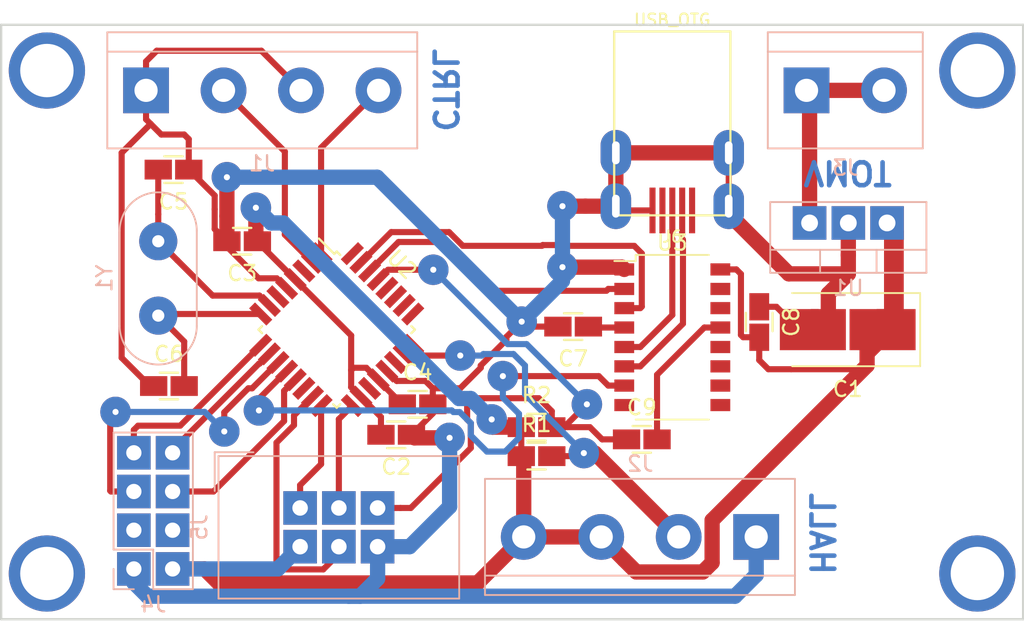
<source format=kicad_pcb>
(kicad_pcb (version 20171130) (host pcbnew 5.0.2-bee76a0~70~ubuntu18.04.1)

  (general
    (thickness 1.6)
    (drawings 7)
    (tracks 303)
    (zones 0)
    (modules 21)
    (nets 46)
  )

  (page A4)
  (layers
    (0 F.Cu signal)
    (31 B.Cu signal)
    (32 B.Adhes user)
    (33 F.Adhes user)
    (34 B.Paste user)
    (35 F.Paste user)
    (36 B.SilkS user)
    (37 F.SilkS user)
    (38 B.Mask user)
    (39 F.Mask user)
    (40 Dwgs.User user)
    (41 Cmts.User user)
    (42 Eco1.User user)
    (43 Eco2.User user)
    (44 Edge.Cuts user)
    (45 Margin user)
    (46 B.CrtYd user)
    (47 F.CrtYd user)
    (48 B.Fab user)
    (49 F.Fab user)
  )

  (setup
    (last_trace_width 1)
    (user_trace_width 1)
    (trace_clearance 0.19)
    (zone_clearance 0.508)
    (zone_45_only no)
    (trace_min 0.2)
    (segment_width 0.2)
    (edge_width 0.15)
    (via_size 2)
    (via_drill 0.4)
    (via_min_size 0.4)
    (via_min_drill 0.3)
    (uvia_size 0.3)
    (uvia_drill 0.1)
    (uvias_allowed no)
    (uvia_min_size 0.2)
    (uvia_min_drill 0.1)
    (pcb_text_width 0.3)
    (pcb_text_size 1.5 1.5)
    (mod_edge_width 0.15)
    (mod_text_size 1 1)
    (mod_text_width 0.15)
    (pad_size 1.524 1.524)
    (pad_drill 0.762)
    (pad_to_mask_clearance 0.051)
    (solder_mask_min_width 0.25)
    (aux_axis_origin 149 106)
    (visible_elements FFFFFF7F)
    (pcbplotparams
      (layerselection 0x010fc_ffffffff)
      (usegerberextensions false)
      (usegerberattributes false)
      (usegerberadvancedattributes false)
      (creategerberjobfile false)
      (excludeedgelayer true)
      (linewidth 0.100000)
      (plotframeref false)
      (viasonmask false)
      (mode 1)
      (useauxorigin false)
      (hpglpennumber 1)
      (hpglpenspeed 20)
      (hpglpendiameter 15.000000)
      (psnegative false)
      (psa4output false)
      (plotreference true)
      (plotvalue true)
      (plotinvisibletext false)
      (padsonsilk false)
      (subtractmaskfromsilk false)
      (outputformat 1)
      (mirror false)
      (drillshape 1)
      (scaleselection 1)
      (outputdirectory ""))
  )

  (net 0 "")
  (net 1 GND)
  (net 2 "Net-(J6-Pad4)")
  (net 3 "Net-(J6-Pad1)")
  (net 4 "Net-(C6-Pad2)")
  (net 5 "Net-(C5-Pad2)")
  (net 6 +5V)
  (net 7 "Net-(C7-Pad1)")
  (net 8 "Net-(C9-Pad2)")
  (net 9 USB_RESET)
  (net 10 HALL)
  (net 11 CTRL_DOWN)
  (net 12 CTRL_UP)
  (net 13 +VDC)
  (net 14 RXD)
  (net 15 TXD)
  (net 16 "Net-(U2-Pad12)")
  (net 17 "Net-(U3-Pad8)")
  (net 18 "Net-(U3-Pad9)")
  (net 19 "Net-(U3-Pad10)")
  (net 20 "Net-(U3-Pad11)")
  (net 21 "Net-(U3-Pad12)")
  (net 22 "Net-(U3-Pad14)")
  (net 23 "Net-(U3-Pad15)")
  (net 24 "Net-(U2-Pad3)")
  (net 25 "Net-(U2-Pad6)")
  (net 26 "Net-(U2-Pad14)")
  (net 27 MOSI)
  (net 28 MISO)
  (net 29 SCK)
  (net 30 "Net-(U2-Pad19)")
  (net 31 "Net-(U2-Pad22)")
  (net 32 "Net-(U2-Pad23)")
  (net 33 "Net-(U2-Pad25)")
  (net 34 "Net-(U2-Pad26)")
  (net 35 "Net-(U2-Pad27)")
  (net 36 "Net-(U2-Pad28)")
  (net 37 "Net-(U2-Pad32)")
  (net 38 "Net-(J4-Pad3)")
  (net 39 "Net-(J4-Pad4)")
  (net 40 L_EN)
  (net 41 R_EN)
  (net 42 L_PWM)
  (net 43 R_PWM)
  (net 44 /UD+)
  (net 45 /UD-)

  (net_class Default "This is the default net class."
    (clearance 0.19)
    (trace_width 0.4)
    (via_dia 2)
    (via_drill 0.4)
    (uvia_dia 0.3)
    (uvia_drill 0.1)
    (add_net +5V)
    (add_net +VDC)
    (add_net CTRL_DOWN)
    (add_net CTRL_UP)
    (add_net GND)
    (add_net HALL)
    (add_net L_EN)
    (add_net L_PWM)
    (add_net MISO)
    (add_net MOSI)
    (add_net "Net-(C5-Pad2)")
    (add_net "Net-(C6-Pad2)")
    (add_net "Net-(C7-Pad1)")
    (add_net "Net-(C9-Pad2)")
    (add_net "Net-(J4-Pad3)")
    (add_net "Net-(J4-Pad4)")
    (add_net "Net-(J6-Pad1)")
    (add_net "Net-(J6-Pad4)")
    (add_net "Net-(U2-Pad12)")
    (add_net "Net-(U2-Pad14)")
    (add_net "Net-(U2-Pad19)")
    (add_net "Net-(U2-Pad22)")
    (add_net "Net-(U2-Pad23)")
    (add_net "Net-(U2-Pad25)")
    (add_net "Net-(U2-Pad26)")
    (add_net "Net-(U2-Pad27)")
    (add_net "Net-(U2-Pad28)")
    (add_net "Net-(U2-Pad3)")
    (add_net "Net-(U2-Pad32)")
    (add_net "Net-(U2-Pad6)")
    (add_net "Net-(U3-Pad10)")
    (add_net "Net-(U3-Pad11)")
    (add_net "Net-(U3-Pad12)")
    (add_net "Net-(U3-Pad14)")
    (add_net "Net-(U3-Pad15)")
    (add_net "Net-(U3-Pad8)")
    (add_net "Net-(U3-Pad9)")
    (add_net RXD)
    (add_net R_EN)
    (add_net R_PWM)
    (add_net SCK)
    (add_net TXD)
    (add_net USB_RESET)
  )

  (net_class USB ""
    (clearance 0.19)
    (trace_width 0.3)
    (via_dia 2)
    (via_drill 0.4)
    (uvia_dia 0.3)
    (uvia_drill 0.1)
    (add_net /UD+)
    (add_net /UD-)
  )

  (module Package_TO_SOT_THT:TO-220-3_Vertical (layer B.Cu) (tedit 5D9BFB9B) (tstamp 5DA84A9B)
    (at 202 80)
    (descr "TO-220-3, Vertical, RM 2.54mm, see https://www.vishay.com/docs/66542/to-220-1.pdf")
    (tags "TO-220-3 Vertical RM 2.54mm")
    (path /5D9BE504)
    (fp_text reference U1 (at 2.54 4.27) (layer B.SilkS)
      (effects (font (size 1 1) (thickness 0.15)) (justify mirror))
    )
    (fp_text value L7805 (at 2.54 -2.5) (layer B.Fab)
      (effects (font (size 1 1) (thickness 0.15)) (justify mirror))
    )
    (fp_line (start -2.46 3.15) (end -2.46 -1.25) (layer B.Fab) (width 0.1))
    (fp_line (start -2.46 -1.25) (end 7.54 -1.25) (layer B.Fab) (width 0.1))
    (fp_line (start 7.54 -1.25) (end 7.54 3.15) (layer B.Fab) (width 0.1))
    (fp_line (start 7.54 3.15) (end -2.46 3.15) (layer B.Fab) (width 0.1))
    (fp_line (start -2.46 1.88) (end 7.54 1.88) (layer B.Fab) (width 0.1))
    (fp_line (start 0.69 3.15) (end 0.69 1.88) (layer B.Fab) (width 0.1))
    (fp_line (start 4.39 3.15) (end 4.39 1.88) (layer B.Fab) (width 0.1))
    (fp_line (start -2.58 3.27) (end 7.66 3.27) (layer B.SilkS) (width 0.12))
    (fp_line (start -2.58 -1.371) (end 7.66 -1.371) (layer B.SilkS) (width 0.12))
    (fp_line (start -2.58 3.27) (end -2.58 -1.371) (layer B.SilkS) (width 0.12))
    (fp_line (start 7.66 3.27) (end 7.66 -1.371) (layer B.SilkS) (width 0.12))
    (fp_line (start -2.58 1.76) (end 7.66 1.76) (layer B.SilkS) (width 0.12))
    (fp_line (start 0.69 3.27) (end 0.69 1.76) (layer B.SilkS) (width 0.12))
    (fp_line (start 4.391 3.27) (end 4.391 1.76) (layer B.SilkS) (width 0.12))
    (fp_line (start -2.71 3.4) (end -2.71 -1.51) (layer B.CrtYd) (width 0.05))
    (fp_line (start -2.71 -1.51) (end 7.79 -1.51) (layer B.CrtYd) (width 0.05))
    (fp_line (start 7.79 -1.51) (end 7.79 3.4) (layer B.CrtYd) (width 0.05))
    (fp_line (start 7.79 3.4) (end -2.71 3.4) (layer B.CrtYd) (width 0.05))
    (fp_text user %R (at 2.54 4.27) (layer B.Fab)
      (effects (font (size 1 1) (thickness 0.15)) (justify mirror))
    )
    (pad 1 thru_hole rect (at 0 0) (size 2.2 2.2) (drill 1.1) (layers *.Cu *.Mask)
      (net 13 +VDC))
    (pad 2 thru_hole rect (at 2.54 0) (size 2.2 2.2) (drill 1.1) (layers *.Cu *.Mask)
      (net 1 GND))
    (pad 3 thru_hole rect (at 5.08 0) (size 2.2 2.2) (drill 1.1) (layers *.Cu *.Mask)
      (net 6 +5V))
    (model ${KISYS3DMOD}/Package_TO_SOT_THT.3dshapes/TO-220-3_Vertical.wrl
      (at (xyz 0 0 0))
      (scale (xyz 1 1 1))
      (rotate (xyz 0 0 0))
    )
  )

  (module Connector_PinHeader_2.54mm:PinHeader_2x04_P2.54mm_Vertical (layer B.Cu) (tedit 5D9BFA26) (tstamp 5DA92FB0)
    (at 157.7 102.7)
    (descr "Through hole straight pin header, 2x04, 2.54mm pitch, double rows")
    (tags "Through hole pin header THT 2x04 2.54mm double row")
    (path /5D9C7FC2)
    (fp_text reference J4 (at 1.27 2.33) (layer B.SilkS)
      (effects (font (size 1 1) (thickness 0.15)) (justify mirror))
    )
    (fp_text value MOTOR (at 1.27 -9.95) (layer B.Fab)
      (effects (font (size 1 1) (thickness 0.15)) (justify mirror))
    )
    (fp_line (start 0 1.27) (end 3.81 1.27) (layer B.Fab) (width 0.1))
    (fp_line (start 3.81 1.27) (end 3.81 -8.89) (layer B.Fab) (width 0.1))
    (fp_line (start 3.81 -8.89) (end -1.27 -8.89) (layer B.Fab) (width 0.1))
    (fp_line (start -1.27 -8.89) (end -1.27 0) (layer B.Fab) (width 0.1))
    (fp_line (start -1.27 0) (end 0 1.27) (layer B.Fab) (width 0.1))
    (fp_line (start -1.33 -8.95) (end 3.87 -8.95) (layer B.SilkS) (width 0.12))
    (fp_line (start -1.33 -1.27) (end -1.33 -8.95) (layer B.SilkS) (width 0.12))
    (fp_line (start 3.87 1.33) (end 3.87 -8.95) (layer B.SilkS) (width 0.12))
    (fp_line (start -1.33 -1.27) (end 1.27 -1.27) (layer B.SilkS) (width 0.12))
    (fp_line (start 1.27 -1.27) (end 1.27 1.33) (layer B.SilkS) (width 0.12))
    (fp_line (start 1.27 1.33) (end 3.87 1.33) (layer B.SilkS) (width 0.12))
    (fp_line (start -1.33 0) (end -1.33 1.33) (layer B.SilkS) (width 0.12))
    (fp_line (start -1.33 1.33) (end 0 1.33) (layer B.SilkS) (width 0.12))
    (fp_line (start -1.8 1.8) (end -1.8 -9.4) (layer B.CrtYd) (width 0.05))
    (fp_line (start -1.8 -9.4) (end 4.35 -9.4) (layer B.CrtYd) (width 0.05))
    (fp_line (start 4.35 -9.4) (end 4.35 1.8) (layer B.CrtYd) (width 0.05))
    (fp_line (start 4.35 1.8) (end -1.8 1.8) (layer B.CrtYd) (width 0.05))
    (fp_text user %R (at 1.27 -3.81 -90) (layer B.Fab)
      (effects (font (size 1 1) (thickness 0.15)) (justify mirror))
    )
    (pad 1 thru_hole rect (at 0 0) (size 2.2 2.2) (drill 1) (layers *.Cu *.Mask)
      (net 1 GND))
    (pad 2 thru_hole rect (at 2.54 0) (size 2.2 2.2) (drill 1) (layers *.Cu *.Mask)
      (net 6 +5V))
    (pad 3 thru_hole rect (at 0 -2.54) (size 2.2 2.2) (drill 1) (layers *.Cu *.Mask)
      (net 38 "Net-(J4-Pad3)"))
    (pad 4 thru_hole rect (at 2.54 -2.54) (size 2.2 2.2) (drill 1) (layers *.Cu *.Mask)
      (net 39 "Net-(J4-Pad4)"))
    (pad 5 thru_hole rect (at 0 -5.08) (size 2.2 2.2) (drill 1) (layers *.Cu *.Mask)
      (net 40 L_EN))
    (pad 6 thru_hole rect (at 2.54 -5.08) (size 2.2 2.2) (drill 1) (layers *.Cu *.Mask)
      (net 41 R_EN))
    (pad 7 thru_hole rect (at 0 -7.62) (size 2.2 2.2) (drill 1) (layers *.Cu *.Mask)
      (net 42 L_PWM))
    (pad 8 thru_hole rect (at 2.54 -7.62) (size 2.2 2.2) (drill 1) (layers *.Cu *.Mask)
      (net 43 R_PWM))
    (model ${KISYS3DMOD}/Connector_PinHeader_2.54mm.3dshapes/PinHeader_2x04_P2.54mm_Vertical.wrl
      (at (xyz 0 0 0))
      (scale (xyz 1 1 1))
      (rotate (xyz 0 0 0))
    )
  )

  (module Connector_IDC:IDC-Header_2x03_P2.54mm_Vertical (layer B.Cu) (tedit 5D9BF6E6) (tstamp 5DA84B36)
    (at 168.6 98.7 270)
    (descr "Through hole straight IDC box header, 2x03, 2.54mm pitch, double rows")
    (tags "Through hole IDC box header THT 2x03 2.54mm double row")
    (path /5D9C3997)
    (fp_text reference J5 (at 1.27 6.604 270) (layer B.SilkS)
      (effects (font (size 1 1) (thickness 0.15)) (justify mirror))
    )
    (fp_text value ISP (at 1.27 -11.684 270) (layer B.Fab)
      (effects (font (size 1 1) (thickness 0.15)) (justify mirror))
    )
    (fp_text user %R (at 1.27 -2.54 270) (layer B.Fab)
      (effects (font (size 1 1) (thickness 0.15)) (justify mirror))
    )
    (fp_line (start 5.695 5.1) (end 5.695 -10.18) (layer B.Fab) (width 0.1))
    (fp_line (start 5.145 4.56) (end 5.145 -9.62) (layer B.Fab) (width 0.1))
    (fp_line (start -3.155 5.1) (end -3.155 -10.18) (layer B.Fab) (width 0.1))
    (fp_line (start -2.605 4.56) (end -2.605 -0.29) (layer B.Fab) (width 0.1))
    (fp_line (start -2.605 -4.79) (end -2.605 -9.62) (layer B.Fab) (width 0.1))
    (fp_line (start -2.605 -0.29) (end -3.155 -0.29) (layer B.Fab) (width 0.1))
    (fp_line (start -2.605 -4.79) (end -3.155 -4.79) (layer B.Fab) (width 0.1))
    (fp_line (start 5.695 5.1) (end -3.155 5.1) (layer B.Fab) (width 0.1))
    (fp_line (start 5.145 4.56) (end -2.605 4.56) (layer B.Fab) (width 0.1))
    (fp_line (start 5.695 -10.18) (end -3.155 -10.18) (layer B.Fab) (width 0.1))
    (fp_line (start 5.145 -9.62) (end -2.605 -9.62) (layer B.Fab) (width 0.1))
    (fp_line (start 5.695 5.1) (end 5.145 4.56) (layer B.Fab) (width 0.1))
    (fp_line (start 5.695 -10.18) (end 5.145 -9.62) (layer B.Fab) (width 0.1))
    (fp_line (start -3.155 5.1) (end -2.605 4.56) (layer B.Fab) (width 0.1))
    (fp_line (start -3.155 -10.18) (end -2.605 -9.62) (layer B.Fab) (width 0.1))
    (fp_line (start 5.95 5.35) (end 5.95 -10.43) (layer B.CrtYd) (width 0.05))
    (fp_line (start 5.95 -10.43) (end -3.41 -10.43) (layer B.CrtYd) (width 0.05))
    (fp_line (start -3.41 -10.43) (end -3.41 5.35) (layer B.CrtYd) (width 0.05))
    (fp_line (start -3.41 5.35) (end 5.95 5.35) (layer B.CrtYd) (width 0.05))
    (fp_line (start 5.945 5.35) (end 5.945 -10.43) (layer B.SilkS) (width 0.12))
    (fp_line (start 5.945 -10.43) (end -3.405 -10.43) (layer B.SilkS) (width 0.12))
    (fp_line (start -3.405 -10.43) (end -3.405 5.35) (layer B.SilkS) (width 0.12))
    (fp_line (start -3.405 5.35) (end 5.945 5.35) (layer B.SilkS) (width 0.12))
    (fp_line (start -3.655 5.6) (end -3.655 3.06) (layer B.SilkS) (width 0.12))
    (fp_line (start -3.655 5.6) (end -1.115 5.6) (layer B.SilkS) (width 0.12))
    (pad 1 thru_hole rect (at 0 0 270) (size 2.2 2.2) (drill 1.016) (layers *.Cu *.Mask)
      (net 28 MISO))
    (pad 2 thru_hole rect (at 2.54 0 270) (size 2.2 2.2) (drill 1.016) (layers *.Cu *.Mask)
      (net 6 +5V))
    (pad 3 thru_hole rect (at 0 -2.54 270) (size 2.2 2.2) (drill 1.016) (layers *.Cu *.Mask)
      (net 29 SCK))
    (pad 4 thru_hole rect (at 2.54 -2.54 270) (size 2.2 2.2) (drill 1.016) (layers *.Cu *.Mask)
      (net 27 MOSI))
    (pad 5 thru_hole rect (at 0 -5.08 270) (size 2.2 2.2) (drill 1.016) (layers *.Cu *.Mask)
      (net 9 USB_RESET))
    (pad 6 thru_hole rect (at 2.54 -5.08 270) (size 2.2 2.2) (drill 1.016) (layers *.Cu *.Mask)
      (net 1 GND))
    (model ${KISYS3DMOD}/Connector_IDC.3dshapes/IDC-Header_2x03_P2.54mm_Vertical.wrl
      (at (xyz 0 0 0))
      (scale (xyz 1 1 1))
      (rotate (xyz 0 0 0))
    )
  )

  (module Package_QFP:TQFP-32_7x7mm_P0.8mm (layer F.Cu) (tedit 5A02F146) (tstamp 5DA84AF4)
    (at 171 87 315)
    (descr "32-Lead Plastic Thin Quad Flatpack (PT) - 7x7x1.0 mm Body, 2.00 mm [TQFP] (see Microchip Packaging Specification 00000049BS.pdf)")
    (tags "QFP 0.8")
    (path /5D9BE42E)
    (attr smd)
    (fp_text reference U2 (at 0 -6.05 315) (layer F.SilkS)
      (effects (font (size 1 1) (thickness 0.15)))
    )
    (fp_text value ATmega328PB-AU (at 0 6.05 315) (layer F.Fab)
      (effects (font (size 1 1) (thickness 0.15)))
    )
    (fp_text user %R (at 0 0 45) (layer F.Fab)
      (effects (font (size 1 1) (thickness 0.15)))
    )
    (fp_line (start -2.5 -3.5) (end 3.5 -3.5) (layer F.Fab) (width 0.15))
    (fp_line (start 3.5 -3.5) (end 3.5 3.5) (layer F.Fab) (width 0.15))
    (fp_line (start 3.5 3.5) (end -3.5 3.5) (layer F.Fab) (width 0.15))
    (fp_line (start -3.5 3.5) (end -3.5 -2.5) (layer F.Fab) (width 0.15))
    (fp_line (start -3.5 -2.5) (end -2.5 -3.5) (layer F.Fab) (width 0.15))
    (fp_line (start -5.3 -5.3) (end -5.3 5.3) (layer F.CrtYd) (width 0.05))
    (fp_line (start 5.3 -5.3) (end 5.3 5.3) (layer F.CrtYd) (width 0.05))
    (fp_line (start -5.3 -5.3) (end 5.3 -5.3) (layer F.CrtYd) (width 0.05))
    (fp_line (start -5.3 5.3) (end 5.3 5.3) (layer F.CrtYd) (width 0.05))
    (fp_line (start -3.625 -3.625) (end -3.625 -3.4) (layer F.SilkS) (width 0.15))
    (fp_line (start 3.625 -3.625) (end 3.625 -3.3) (layer F.SilkS) (width 0.15))
    (fp_line (start 3.625 3.625) (end 3.625 3.3) (layer F.SilkS) (width 0.15))
    (fp_line (start -3.625 3.625) (end -3.625 3.3) (layer F.SilkS) (width 0.15))
    (fp_line (start -3.625 -3.625) (end -3.3 -3.625) (layer F.SilkS) (width 0.15))
    (fp_line (start -3.625 3.625) (end -3.3 3.625) (layer F.SilkS) (width 0.15))
    (fp_line (start 3.625 3.625) (end 3.3 3.625) (layer F.SilkS) (width 0.15))
    (fp_line (start 3.625 -3.625) (end 3.3 -3.625) (layer F.SilkS) (width 0.15))
    (fp_line (start -3.625 -3.4) (end -5.05 -3.4) (layer F.SilkS) (width 0.15))
    (pad 1 smd rect (at -4.25 -2.8 315) (size 1.6 0.55) (layers F.Cu F.Paste F.Mask)
      (net 12 CTRL_UP))
    (pad 2 smd rect (at -4.25 -2 315) (size 1.6 0.55) (layers F.Cu F.Paste F.Mask)
      (net 11 CTRL_DOWN))
    (pad 3 smd rect (at -4.25 -1.2 315) (size 1.6 0.55) (layers F.Cu F.Paste F.Mask)
      (net 24 "Net-(U2-Pad3)"))
    (pad 4 smd rect (at -4.25 -0.4 315) (size 1.6 0.55) (layers F.Cu F.Paste F.Mask)
      (net 6 +5V))
    (pad 5 smd rect (at -4.25 0.4 315) (size 1.6 0.55) (layers F.Cu F.Paste F.Mask)
      (net 1 GND))
    (pad 6 smd rect (at -4.25 1.2 315) (size 1.6 0.55) (layers F.Cu F.Paste F.Mask)
      (net 25 "Net-(U2-Pad6)"))
    (pad 7 smd rect (at -4.25 2 315) (size 1.6 0.55) (layers F.Cu F.Paste F.Mask)
      (net 5 "Net-(C5-Pad2)"))
    (pad 8 smd rect (at -4.25 2.8 315) (size 1.6 0.55) (layers F.Cu F.Paste F.Mask)
      (net 4 "Net-(C6-Pad2)"))
    (pad 9 smd rect (at -2.8 4.25 45) (size 1.6 0.55) (layers F.Cu F.Paste F.Mask)
      (net 42 L_PWM))
    (pad 10 smd rect (at -2 4.25 45) (size 1.6 0.55) (layers F.Cu F.Paste F.Mask)
      (net 43 R_PWM))
    (pad 11 smd rect (at -1.2 4.25 45) (size 1.6 0.55) (layers F.Cu F.Paste F.Mask)
      (net 40 L_EN))
    (pad 12 smd rect (at -0.4 4.25 45) (size 1.6 0.55) (layers F.Cu F.Paste F.Mask)
      (net 16 "Net-(U2-Pad12)"))
    (pad 13 smd rect (at 0.4 4.25 45) (size 1.6 0.55) (layers F.Cu F.Paste F.Mask)
      (net 41 R_EN))
    (pad 14 smd rect (at 1.2 4.25 45) (size 1.6 0.55) (layers F.Cu F.Paste F.Mask)
      (net 26 "Net-(U2-Pad14)"))
    (pad 15 smd rect (at 2 4.25 45) (size 1.6 0.55) (layers F.Cu F.Paste F.Mask)
      (net 27 MOSI))
    (pad 16 smd rect (at 2.8 4.25 45) (size 1.6 0.55) (layers F.Cu F.Paste F.Mask)
      (net 28 MISO))
    (pad 17 smd rect (at 4.25 2.8 315) (size 1.6 0.55) (layers F.Cu F.Paste F.Mask)
      (net 29 SCK))
    (pad 18 smd rect (at 4.25 2 315) (size 1.6 0.55) (layers F.Cu F.Paste F.Mask)
      (net 6 +5V))
    (pad 19 smd rect (at 4.25 1.2 315) (size 1.6 0.55) (layers F.Cu F.Paste F.Mask)
      (net 30 "Net-(U2-Pad19)"))
    (pad 20 smd rect (at 4.25 0.4 315) (size 1.6 0.55) (layers F.Cu F.Paste F.Mask)
      (net 6 +5V))
    (pad 21 smd rect (at 4.25 -0.4 315) (size 1.6 0.55) (layers F.Cu F.Paste F.Mask)
      (net 1 GND))
    (pad 22 smd rect (at 4.25 -1.2 315) (size 1.6 0.55) (layers F.Cu F.Paste F.Mask)
      (net 31 "Net-(U2-Pad22)"))
    (pad 23 smd rect (at 4.25 -2 315) (size 1.6 0.55) (layers F.Cu F.Paste F.Mask)
      (net 32 "Net-(U2-Pad23)"))
    (pad 24 smd rect (at 4.25 -2.8 315) (size 1.6 0.55) (layers F.Cu F.Paste F.Mask)
      (net 10 HALL))
    (pad 25 smd rect (at 2.8 -4.25 45) (size 1.6 0.55) (layers F.Cu F.Paste F.Mask)
      (net 33 "Net-(U2-Pad25)"))
    (pad 26 smd rect (at 2 -4.25 45) (size 1.6 0.55) (layers F.Cu F.Paste F.Mask)
      (net 34 "Net-(U2-Pad26)"))
    (pad 27 smd rect (at 1.2 -4.25 45) (size 1.6 0.55) (layers F.Cu F.Paste F.Mask)
      (net 35 "Net-(U2-Pad27)"))
    (pad 28 smd rect (at 0.4 -4.25 45) (size 1.6 0.55) (layers F.Cu F.Paste F.Mask)
      (net 36 "Net-(U2-Pad28)"))
    (pad 29 smd rect (at -0.4 -4.25 45) (size 1.6 0.55) (layers F.Cu F.Paste F.Mask)
      (net 9 USB_RESET))
    (pad 30 smd rect (at -1.2 -4.25 45) (size 1.6 0.55) (layers F.Cu F.Paste F.Mask)
      (net 14 RXD))
    (pad 31 smd rect (at -2 -4.25 45) (size 1.6 0.55) (layers F.Cu F.Paste F.Mask)
      (net 15 TXD))
    (pad 32 smd rect (at -2.8 -4.25 45) (size 1.6 0.55) (layers F.Cu F.Paste F.Mask)
      (net 37 "Net-(U2-Pad32)"))
    (model ${KISYS3DMOD}/Package_QFP.3dshapes/TQFP-32_7x7mm_P0.8mm.wrl
      (at (xyz 0 0 0))
      (scale (xyz 1 1 1))
      (rotate (xyz 0 0 0))
    )
  )

  (module Package_SO:SOP-16_4.4x10.4mm_P1.27mm (layer F.Cu) (tedit 5A02F25C) (tstamp 5DA84ABD)
    (at 193 87.5)
    (descr "16-Lead Plastic Small Outline http://www.vishay.com/docs/49633/sg2098.pdf")
    (tags "SOP 1.27")
    (path /5D9C0583)
    (attr smd)
    (fp_text reference U3 (at 0 -6.2) (layer F.SilkS)
      (effects (font (size 1 1) (thickness 0.15)))
    )
    (fp_text value CH340G (at 0 6.1) (layer F.Fab)
      (effects (font (size 1 1) (thickness 0.15)))
    )
    (fp_text user %R (at 0 0) (layer F.Fab)
      (effects (font (size 0.8 0.8) (thickness 0.15)))
    )
    (fp_line (start -2.2 -4.6) (end -1.6 -5.2) (layer F.Fab) (width 0.1))
    (fp_line (start -2.4 -5.4) (end -2.4 -5) (layer F.SilkS) (width 0.12))
    (fp_line (start -2.4 -5) (end -3.8 -5) (layer F.SilkS) (width 0.12))
    (fp_line (start -1.6 -5.2) (end 2.2 -5.2) (layer F.Fab) (width 0.1))
    (fp_line (start 2.2 -5.2) (end 2.2 5.2) (layer F.Fab) (width 0.1))
    (fp_line (start 2.2 5.2) (end -2.2 5.2) (layer F.Fab) (width 0.1))
    (fp_line (start -2.2 5.2) (end -2.2 -4.6) (layer F.Fab) (width 0.1))
    (fp_line (start -2.4 -5.4) (end 2.4 -5.4) (layer F.SilkS) (width 0.12))
    (fp_line (start -2.4 5.4) (end 2.4 5.4) (layer F.SilkS) (width 0.12))
    (fp_line (start -4.05 -5.45) (end 4.05 -5.45) (layer F.CrtYd) (width 0.05))
    (fp_line (start -4.05 -5.45) (end -4.05 5.45) (layer F.CrtYd) (width 0.05))
    (fp_line (start 4.05 5.45) (end 4.05 -5.45) (layer F.CrtYd) (width 0.05))
    (fp_line (start 4.05 5.45) (end -4.05 5.45) (layer F.CrtYd) (width 0.05))
    (pad 1 smd rect (at -3.15 -4.45) (size 1.3 0.8) (layers F.Cu F.Paste F.Mask)
      (net 1 GND))
    (pad 2 smd rect (at -3.15 -3.17) (size 1.3 0.8) (layers F.Cu F.Paste F.Mask)
      (net 14 RXD))
    (pad 3 smd rect (at -3.15 -1.91) (size 1.3 0.8) (layers F.Cu F.Paste F.Mask)
      (net 15 TXD))
    (pad 4 smd rect (at -3.15 -0.64) (size 1.3 0.8) (layers F.Cu F.Paste F.Mask)
      (net 7 "Net-(C7-Pad1)"))
    (pad 5 smd rect (at -3.15 0.64) (size 1.3 0.8) (layers F.Cu F.Paste F.Mask)
      (net 44 /UD+))
    (pad 6 smd rect (at -3.15 1.91) (size 1.3 0.8) (layers F.Cu F.Paste F.Mask)
      (net 45 /UD-))
    (pad 7 smd rect (at -3.15 3.17) (size 1.3 0.8) (layers F.Cu F.Paste F.Mask)
      (net 16 "Net-(U2-Pad12)"))
    (pad 8 smd rect (at -3.15 4.45) (size 1.3 0.8) (layers F.Cu F.Paste F.Mask)
      (net 17 "Net-(U3-Pad8)"))
    (pad 9 smd rect (at 3.15 4.45) (size 1.3 0.8) (layers F.Cu F.Paste F.Mask)
      (net 18 "Net-(U3-Pad9)"))
    (pad 10 smd rect (at 3.15 3.17) (size 1.3 0.8) (layers F.Cu F.Paste F.Mask)
      (net 19 "Net-(U3-Pad10)"))
    (pad 11 smd rect (at 3.15 1.91) (size 1.3 0.8) (layers F.Cu F.Paste F.Mask)
      (net 20 "Net-(U3-Pad11)"))
    (pad 12 smd rect (at 3.15 0.64) (size 1.3 0.8) (layers F.Cu F.Paste F.Mask)
      (net 21 "Net-(U3-Pad12)"))
    (pad 13 smd rect (at 3.15 -0.64) (size 1.3 0.8) (layers F.Cu F.Paste F.Mask)
      (net 8 "Net-(C9-Pad2)"))
    (pad 14 smd rect (at 3.15 -1.91) (size 1.3 0.8) (layers F.Cu F.Paste F.Mask)
      (net 22 "Net-(U3-Pad14)"))
    (pad 15 smd rect (at 3.15 -3.17) (size 1.3 0.8) (layers F.Cu F.Paste F.Mask)
      (net 23 "Net-(U3-Pad15)"))
    (pad 16 smd rect (at 3.15 -4.45) (size 1.3 0.8) (layers F.Cu F.Paste F.Mask)
      (net 6 +5V))
    (model ${KISYS3DMOD}/Package_SO.3dshapes/SOP-16_4.4x10.4mm_P1.27mm.wrl
      (at (xyz 0 0 0))
      (scale (xyz 1 1 1))
      (rotate (xyz 0 0 0))
    )
  )

  (module TerminalBlock:TerminalBlock_bornier-2_P5.08mm (layer B.Cu) (tedit 59FF03AB) (tstamp 5DA84A81)
    (at 201.8 71.3)
    (descr "simple 2-pin terminal block, pitch 5.08mm, revamped version of bornier2")
    (tags "terminal block bornier2")
    (path /5D9BFF29)
    (fp_text reference J3 (at 2.54 5.08) (layer B.SilkS)
      (effects (font (size 1 1) (thickness 0.15)) (justify mirror))
    )
    (fp_text value VMOT (at 2.54 -5.08) (layer B.Fab)
      (effects (font (size 1 1) (thickness 0.15)) (justify mirror))
    )
    (fp_text user %R (at 2.54 0) (layer B.Fab)
      (effects (font (size 1 1) (thickness 0.15)) (justify mirror))
    )
    (fp_line (start -2.41 -2.55) (end 7.49 -2.55) (layer B.Fab) (width 0.1))
    (fp_line (start -2.46 3.75) (end -2.46 -3.75) (layer B.Fab) (width 0.1))
    (fp_line (start -2.46 -3.75) (end 7.54 -3.75) (layer B.Fab) (width 0.1))
    (fp_line (start 7.54 -3.75) (end 7.54 3.75) (layer B.Fab) (width 0.1))
    (fp_line (start 7.54 3.75) (end -2.46 3.75) (layer B.Fab) (width 0.1))
    (fp_line (start 7.62 -2.54) (end -2.54 -2.54) (layer B.SilkS) (width 0.12))
    (fp_line (start 7.62 -3.81) (end 7.62 3.81) (layer B.SilkS) (width 0.12))
    (fp_line (start 7.62 3.81) (end -2.54 3.81) (layer B.SilkS) (width 0.12))
    (fp_line (start -2.54 3.81) (end -2.54 -3.81) (layer B.SilkS) (width 0.12))
    (fp_line (start -2.54 -3.81) (end 7.62 -3.81) (layer B.SilkS) (width 0.12))
    (fp_line (start -2.71 4) (end 7.79 4) (layer B.CrtYd) (width 0.05))
    (fp_line (start -2.71 4) (end -2.71 -4) (layer B.CrtYd) (width 0.05))
    (fp_line (start 7.79 -4) (end 7.79 4) (layer B.CrtYd) (width 0.05))
    (fp_line (start 7.79 -4) (end -2.71 -4) (layer B.CrtYd) (width 0.05))
    (pad 1 thru_hole rect (at 0 0) (size 3 3) (drill 1.52) (layers *.Cu *.Mask)
      (net 13 +VDC))
    (pad 2 thru_hole circle (at 5.08 0) (size 3 3) (drill 1.52) (layers *.Cu *.Mask)
      (net 13 +VDC))
    (model ${KISYS3DMOD}/TerminalBlock.3dshapes/TerminalBlock_bornier-2_P5.08mm.wrl
      (offset (xyz 2.539999961853027 0 0))
      (scale (xyz 1 1 1))
      (rotate (xyz 0 0 0))
    )
  )

  (module TerminalBlock:TerminalBlock_bornier-4_P5.08mm (layer B.Cu) (tedit 59FF03D1) (tstamp 5DA84A6C)
    (at 198.5 100.6 180)
    (descr "simple 4-pin terminal block, pitch 5.08mm, revamped version of bornier4")
    (tags "terminal block bornier4")
    (path /5D9C4262)
    (fp_text reference J2 (at 7.6 4.8 180) (layer B.SilkS)
      (effects (font (size 1 1) (thickness 0.15)) (justify mirror))
    )
    (fp_text value HALL (at 7.6 -4.75 180) (layer B.Fab)
      (effects (font (size 1 1) (thickness 0.15)) (justify mirror))
    )
    (fp_line (start 17.97 -4) (end -2.73 -4) (layer B.CrtYd) (width 0.05))
    (fp_line (start 17.97 -4) (end 17.97 4) (layer B.CrtYd) (width 0.05))
    (fp_line (start -2.73 4) (end -2.73 -4) (layer B.CrtYd) (width 0.05))
    (fp_line (start -2.73 4) (end 17.97 4) (layer B.CrtYd) (width 0.05))
    (fp_line (start -2.54 -3.81) (end 17.78 -3.81) (layer B.SilkS) (width 0.12))
    (fp_line (start -2.54 3.81) (end 17.78 3.81) (layer B.SilkS) (width 0.12))
    (fp_line (start 17.78 -2.54) (end -2.54 -2.54) (layer B.SilkS) (width 0.12))
    (fp_line (start 17.78 -3.81) (end 17.78 3.81) (layer B.SilkS) (width 0.12))
    (fp_line (start -2.54 3.81) (end -2.54 -3.81) (layer B.SilkS) (width 0.12))
    (fp_line (start 17.72 -3.75) (end -2.43 -3.75) (layer B.Fab) (width 0.1))
    (fp_line (start 17.72 3.75) (end 17.72 -3.75) (layer B.Fab) (width 0.1))
    (fp_line (start -2.48 3.75) (end 17.72 3.75) (layer B.Fab) (width 0.1))
    (fp_line (start -2.48 -3.75) (end -2.48 3.75) (layer B.Fab) (width 0.1))
    (fp_line (start -2.43 -3.75) (end -2.48 -3.75) (layer B.Fab) (width 0.1))
    (fp_line (start -2.48 -2.55) (end 17.72 -2.55) (layer B.Fab) (width 0.1))
    (fp_text user %R (at 7.62 0 180) (layer B.Fab)
      (effects (font (size 1 1) (thickness 0.15)) (justify mirror))
    )
    (pad 4 thru_hole circle (at 15.24 0 180) (size 3 3) (drill 1.52) (layers *.Cu *.Mask)
      (net 6 +5V))
    (pad 1 thru_hole rect (at 0 0 180) (size 3 3) (drill 1.52) (layers *.Cu *.Mask)
      (net 1 GND))
    (pad 3 thru_hole circle (at 10.16 0 180) (size 3 3) (drill 1.52) (layers *.Cu *.Mask)
      (net 6 +5V))
    (pad 2 thru_hole circle (at 5.08 0 180) (size 3 3) (drill 1.52) (layers *.Cu *.Mask)
      (net 10 HALL))
    (model ${KISYS3DMOD}/TerminalBlock.3dshapes/TerminalBlock_bornier-4_P5.08mm.wrl
      (offset (xyz 7.619999885559082 0 0))
      (scale (xyz 1 1 1))
      (rotate (xyz 0 0 0))
    )
  )

  (module TerminalBlock:TerminalBlock_bornier-4_P5.08mm (layer B.Cu) (tedit 59FF03D1) (tstamp 5DA84A54)
    (at 158.5 71.3)
    (descr "simple 4-pin terminal block, pitch 5.08mm, revamped version of bornier4")
    (tags "terminal block bornier4")
    (path /5D9C1C8A)
    (fp_text reference J1 (at 7.6 4.8) (layer B.SilkS)
      (effects (font (size 1 1) (thickness 0.15)) (justify mirror))
    )
    (fp_text value CTRL (at 7.6 -4.75) (layer B.Fab)
      (effects (font (size 1 1) (thickness 0.15)) (justify mirror))
    )
    (fp_text user %R (at 7.62 0) (layer B.Fab)
      (effects (font (size 1 1) (thickness 0.15)) (justify mirror))
    )
    (fp_line (start -2.48 -2.55) (end 17.72 -2.55) (layer B.Fab) (width 0.1))
    (fp_line (start -2.43 -3.75) (end -2.48 -3.75) (layer B.Fab) (width 0.1))
    (fp_line (start -2.48 -3.75) (end -2.48 3.75) (layer B.Fab) (width 0.1))
    (fp_line (start -2.48 3.75) (end 17.72 3.75) (layer B.Fab) (width 0.1))
    (fp_line (start 17.72 3.75) (end 17.72 -3.75) (layer B.Fab) (width 0.1))
    (fp_line (start 17.72 -3.75) (end -2.43 -3.75) (layer B.Fab) (width 0.1))
    (fp_line (start -2.54 3.81) (end -2.54 -3.81) (layer B.SilkS) (width 0.12))
    (fp_line (start 17.78 -3.81) (end 17.78 3.81) (layer B.SilkS) (width 0.12))
    (fp_line (start 17.78 -2.54) (end -2.54 -2.54) (layer B.SilkS) (width 0.12))
    (fp_line (start -2.54 3.81) (end 17.78 3.81) (layer B.SilkS) (width 0.12))
    (fp_line (start -2.54 -3.81) (end 17.78 -3.81) (layer B.SilkS) (width 0.12))
    (fp_line (start -2.73 4) (end 17.97 4) (layer B.CrtYd) (width 0.05))
    (fp_line (start -2.73 4) (end -2.73 -4) (layer B.CrtYd) (width 0.05))
    (fp_line (start 17.97 -4) (end 17.97 4) (layer B.CrtYd) (width 0.05))
    (fp_line (start 17.97 -4) (end -2.73 -4) (layer B.CrtYd) (width 0.05))
    (pad 2 thru_hole circle (at 5.08 0) (size 3 3) (drill 1.52) (layers *.Cu *.Mask)
      (net 11 CTRL_DOWN))
    (pad 3 thru_hole circle (at 10.16 0) (size 3 3) (drill 1.52) (layers *.Cu *.Mask)
      (net 1 GND))
    (pad 1 thru_hole rect (at 0 0) (size 3 3) (drill 1.52) (layers *.Cu *.Mask)
      (net 1 GND))
    (pad 4 thru_hole circle (at 15.24 0) (size 3 3) (drill 1.52) (layers *.Cu *.Mask)
      (net 12 CTRL_UP))
    (model ${KISYS3DMOD}/TerminalBlock.3dshapes/TerminalBlock_bornier-4_P5.08mm.wrl
      (offset (xyz 7.619999885559082 0 0))
      (scale (xyz 1 1 1))
      (rotate (xyz 0 0 0))
    )
  )

  (module coddingtonbear:0805_Milling (layer F.Cu) (tedit 5A864972) (tstamp 5DA84A3C)
    (at 174.9 93.9 180)
    (descr "Resistor SMD 0805, reflow soldering, Vishay (see dcrcw.pdf)")
    (tags "resistor 0805")
    (path /5D9BEC1D)
    (attr smd)
    (fp_text reference C2 (at 0 -2.1 180) (layer F.SilkS)
      (effects (font (size 1 1) (thickness 0.15)))
    )
    (fp_text value 0.1u (at 0 2.1 180) (layer F.Fab)
      (effects (font (size 1 1) (thickness 0.15)))
    )
    (fp_line (start 0.6 0.875) (end -0.6 0.875) (layer F.SilkS) (width 0.15))
    (fp_line (start -0.6 -0.875) (end 0.6 -0.875) (layer F.SilkS) (width 0.15))
    (pad 1 smd rect (at -1 0 180) (size 1.79 1.3) (layers F.Cu F.Paste F.Mask)
      (net 1 GND))
    (pad 2 smd rect (at 1 0 180) (size 1.79 1.3) (layers F.Cu F.Paste F.Mask)
      (net 6 +5V))
    (model Resistors_SMD.3dshapes/R_0805.wrl
      (at (xyz 0 0 0))
      (scale (xyz 1 1 1))
      (rotate (xyz 0 0 0))
    )
  )

  (module coddingtonbear:0805_Milling (layer F.Cu) (tedit 5A864972) (tstamp 5DA84A34)
    (at 184.1 93.4)
    (descr "Resistor SMD 0805, reflow soldering, Vishay (see dcrcw.pdf)")
    (tags "resistor 0805")
    (path /5D9C43A9)
    (attr smd)
    (fp_text reference R2 (at 0 -2.1) (layer F.SilkS)
      (effects (font (size 1 1) (thickness 0.15)))
    )
    (fp_text value 100k (at 0 2.1) (layer F.Fab)
      (effects (font (size 1 1) (thickness 0.15)))
    )
    (fp_line (start -0.6 -0.875) (end 0.6 -0.875) (layer F.SilkS) (width 0.15))
    (fp_line (start 0.6 0.875) (end -0.6 0.875) (layer F.SilkS) (width 0.15))
    (pad 2 smd rect (at 1 0) (size 1.79 1.3) (layers F.Cu F.Paste F.Mask)
      (net 9 USB_RESET))
    (pad 1 smd rect (at -1 0) (size 1.79 1.3) (layers F.Cu F.Paste F.Mask)
      (net 6 +5V))
    (model Resistors_SMD.3dshapes/R_0805.wrl
      (at (xyz 0 0 0))
      (scale (xyz 1 1 1))
      (rotate (xyz 0 0 0))
    )
  )

  (module coddingtonbear:0805_Milling (layer F.Cu) (tedit 5A864972) (tstamp 5DA84A2C)
    (at 184.1 95.3)
    (descr "Resistor SMD 0805, reflow soldering, Vishay (see dcrcw.pdf)")
    (tags "resistor 0805")
    (path /5D9C696F)
    (attr smd)
    (fp_text reference R1 (at 0 -2.1) (layer F.SilkS)
      (effects (font (size 1 1) (thickness 0.15)))
    )
    (fp_text value 10k (at 0 2.1) (layer F.Fab)
      (effects (font (size 1 1) (thickness 0.15)))
    )
    (fp_line (start 0.6 0.875) (end -0.6 0.875) (layer F.SilkS) (width 0.15))
    (fp_line (start -0.6 -0.875) (end 0.6 -0.875) (layer F.SilkS) (width 0.15))
    (pad 1 smd rect (at -1 0) (size 1.79 1.3) (layers F.Cu F.Paste F.Mask)
      (net 6 +5V))
    (pad 2 smd rect (at 1 0) (size 1.79 1.3) (layers F.Cu F.Paste F.Mask)
      (net 10 HALL))
    (model Resistors_SMD.3dshapes/R_0805.wrl
      (at (xyz 0 0 0))
      (scale (xyz 1 1 1))
      (rotate (xyz 0 0 0))
    )
  )

  (module coddingtonbear:0805_Milling (layer F.Cu) (tedit 5A864972) (tstamp 5DA84A24)
    (at 191 94.2)
    (descr "Resistor SMD 0805, reflow soldering, Vishay (see dcrcw.pdf)")
    (tags "resistor 0805")
    (path /5D9C5EE9)
    (attr smd)
    (fp_text reference C9 (at 0 -2.1) (layer F.SilkS)
      (effects (font (size 1 1) (thickness 0.15)))
    )
    (fp_text value 0.1u (at 0 2.1) (layer F.Fab)
      (effects (font (size 1 1) (thickness 0.15)))
    )
    (fp_line (start -0.6 -0.875) (end 0.6 -0.875) (layer F.SilkS) (width 0.15))
    (fp_line (start 0.6 0.875) (end -0.6 0.875) (layer F.SilkS) (width 0.15))
    (pad 2 smd rect (at 1 0) (size 1.79 1.3) (layers F.Cu F.Paste F.Mask)
      (net 8 "Net-(C9-Pad2)"))
    (pad 1 smd rect (at -1 0) (size 1.79 1.3) (layers F.Cu F.Paste F.Mask)
      (net 9 USB_RESET))
    (model Resistors_SMD.3dshapes/R_0805.wrl
      (at (xyz 0 0 0))
      (scale (xyz 1 1 1))
      (rotate (xyz 0 0 0))
    )
  )

  (module coddingtonbear:0805_Milling (layer F.Cu) (tedit 5A864972) (tstamp 5DA84A1C)
    (at 198.7 86.5 270)
    (descr "Resistor SMD 0805, reflow soldering, Vishay (see dcrcw.pdf)")
    (tags "resistor 0805")
    (path /5D9C062F)
    (attr smd)
    (fp_text reference C8 (at 0 -2.1 270) (layer F.SilkS)
      (effects (font (size 1 1) (thickness 0.15)))
    )
    (fp_text value 0.1u (at 0 2.1 270) (layer F.Fab)
      (effects (font (size 1 1) (thickness 0.15)))
    )
    (fp_line (start 0.6 0.875) (end -0.6 0.875) (layer F.SilkS) (width 0.15))
    (fp_line (start -0.6 -0.875) (end 0.6 -0.875) (layer F.SilkS) (width 0.15))
    (pad 1 smd rect (at -1 0 270) (size 1.79 1.3) (layers F.Cu F.Paste F.Mask)
      (net 1 GND))
    (pad 2 smd rect (at 1 0 270) (size 1.79 1.3) (layers F.Cu F.Paste F.Mask)
      (net 6 +5V))
    (model Resistors_SMD.3dshapes/R_0805.wrl
      (at (xyz 0 0 0))
      (scale (xyz 1 1 1))
      (rotate (xyz 0 0 0))
    )
  )

  (module coddingtonbear:0805_Milling (layer F.Cu) (tedit 5A864972) (tstamp 5DA84A14)
    (at 186.5 86.8 180)
    (descr "Resistor SMD 0805, reflow soldering, Vishay (see dcrcw.pdf)")
    (tags "resistor 0805")
    (path /5D9C06E9)
    (attr smd)
    (fp_text reference C7 (at 0 -2.1 180) (layer F.SilkS)
      (effects (font (size 1 1) (thickness 0.15)))
    )
    (fp_text value 0.1u (at 0 2.1 180) (layer F.Fab)
      (effects (font (size 1 1) (thickness 0.15)))
    )
    (fp_line (start -0.6 -0.875) (end 0.6 -0.875) (layer F.SilkS) (width 0.15))
    (fp_line (start 0.6 0.875) (end -0.6 0.875) (layer F.SilkS) (width 0.15))
    (pad 2 smd rect (at 1 0 180) (size 1.79 1.3) (layers F.Cu F.Paste F.Mask)
      (net 1 GND))
    (pad 1 smd rect (at -1 0 180) (size 1.79 1.3) (layers F.Cu F.Paste F.Mask)
      (net 7 "Net-(C7-Pad1)"))
    (model Resistors_SMD.3dshapes/R_0805.wrl
      (at (xyz 0 0 0))
      (scale (xyz 1 1 1))
      (rotate (xyz 0 0 0))
    )
  )

  (module coddingtonbear:0805_Milling (layer F.Cu) (tedit 5A864972) (tstamp 5DA84A0C)
    (at 160 90.7)
    (descr "Resistor SMD 0805, reflow soldering, Vishay (see dcrcw.pdf)")
    (tags "resistor 0805")
    (path /5D9BF3FA)
    (attr smd)
    (fp_text reference C6 (at 0 -2.1) (layer F.SilkS)
      (effects (font (size 1 1) (thickness 0.15)))
    )
    (fp_text value 22p (at 0 2.1) (layer F.Fab)
      (effects (font (size 1 1) (thickness 0.15)))
    )
    (fp_line (start 0.6 0.875) (end -0.6 0.875) (layer F.SilkS) (width 0.15))
    (fp_line (start -0.6 -0.875) (end 0.6 -0.875) (layer F.SilkS) (width 0.15))
    (pad 1 smd rect (at -1 0) (size 1.79 1.3) (layers F.Cu F.Paste F.Mask)
      (net 1 GND))
    (pad 2 smd rect (at 1 0) (size 1.79 1.3) (layers F.Cu F.Paste F.Mask)
      (net 4 "Net-(C6-Pad2)"))
    (model Resistors_SMD.3dshapes/R_0805.wrl
      (at (xyz 0 0 0))
      (scale (xyz 1 1 1))
      (rotate (xyz 0 0 0))
    )
  )

  (module coddingtonbear:0805_Milling (layer F.Cu) (tedit 5A864972) (tstamp 5DA84A04)
    (at 176.3 91.9)
    (descr "Resistor SMD 0805, reflow soldering, Vishay (see dcrcw.pdf)")
    (tags "resistor 0805")
    (path /5D9BE9B9)
    (attr smd)
    (fp_text reference C4 (at 0 -2.1) (layer F.SilkS)
      (effects (font (size 1 1) (thickness 0.15)))
    )
    (fp_text value 0.1u (at 0 2.1) (layer F.Fab)
      (effects (font (size 1 1) (thickness 0.15)))
    )
    (fp_line (start -0.6 -0.875) (end 0.6 -0.875) (layer F.SilkS) (width 0.15))
    (fp_line (start 0.6 0.875) (end -0.6 0.875) (layer F.SilkS) (width 0.15))
    (pad 2 smd rect (at 1 0) (size 1.79 1.3) (layers F.Cu F.Paste F.Mask)
      (net 1 GND))
    (pad 1 smd rect (at -1 0) (size 1.79 1.3) (layers F.Cu F.Paste F.Mask)
      (net 6 +5V))
    (model Resistors_SMD.3dshapes/R_0805.wrl
      (at (xyz 0 0 0))
      (scale (xyz 1 1 1))
      (rotate (xyz 0 0 0))
    )
  )

  (module coddingtonbear:0805_Milling (layer F.Cu) (tedit 5A864972) (tstamp 5DA849FC)
    (at 164.8 81.2 180)
    (descr "Resistor SMD 0805, reflow soldering, Vishay (see dcrcw.pdf)")
    (tags "resistor 0805")
    (path /5D9BE92D)
    (attr smd)
    (fp_text reference C3 (at 0 -2.1 180) (layer F.SilkS)
      (effects (font (size 1 1) (thickness 0.15)))
    )
    (fp_text value 0.1u (at 0 2.1 180) (layer F.Fab)
      (effects (font (size 1 1) (thickness 0.15)))
    )
    (fp_line (start 0.6 0.875) (end -0.6 0.875) (layer F.SilkS) (width 0.15))
    (fp_line (start -0.6 -0.875) (end 0.6 -0.875) (layer F.SilkS) (width 0.15))
    (pad 1 smd rect (at -1 0 180) (size 1.79 1.3) (layers F.Cu F.Paste F.Mask)
      (net 6 +5V))
    (pad 2 smd rect (at 1 0 180) (size 1.79 1.3) (layers F.Cu F.Paste F.Mask)
      (net 1 GND))
    (model Resistors_SMD.3dshapes/R_0805.wrl
      (at (xyz 0 0 0))
      (scale (xyz 1 1 1))
      (rotate (xyz 0 0 0))
    )
  )

  (module coddingtonbear:0805_Milling (layer F.Cu) (tedit 5A864972) (tstamp 5DA849F4)
    (at 160.3 76.5 180)
    (descr "Resistor SMD 0805, reflow soldering, Vishay (see dcrcw.pdf)")
    (tags "resistor 0805")
    (path /5D9BF3A2)
    (attr smd)
    (fp_text reference C5 (at 0 -2.1 180) (layer F.SilkS)
      (effects (font (size 1 1) (thickness 0.15)))
    )
    (fp_text value 22p (at 0 2.1 180) (layer F.Fab)
      (effects (font (size 1 1) (thickness 0.15)))
    )
    (fp_line (start -0.6 -0.875) (end 0.6 -0.875) (layer F.SilkS) (width 0.15))
    (fp_line (start 0.6 0.875) (end -0.6 0.875) (layer F.SilkS) (width 0.15))
    (pad 2 smd rect (at 1 0 180) (size 1.79 1.3) (layers F.Cu F.Paste F.Mask)
      (net 5 "Net-(C5-Pad2)"))
    (pad 1 smd rect (at -1 0 180) (size 1.79 1.3) (layers F.Cu F.Paste F.Mask)
      (net 1 GND))
    (model Resistors_SMD.3dshapes/R_0805.wrl
      (at (xyz 0 0 0))
      (scale (xyz 1 1 1))
      (rotate (xyz 0 0 0))
    )
  )

  (module coddingtonbear:CP_Tantalum_Case-D_EIA-7343-31_Milling (layer F.Cu) (tedit 5A864510) (tstamp 5DA849EC)
    (at 204.5 87 180)
    (descr "Tantalum capacitor, Case D, EIA 7343-31, 7.3x4.3x2.8mm, Reflow soldering footprint")
    (tags "capacitor tantalum smd")
    (path /5D9CBBEC)
    (attr smd)
    (fp_text reference C1 (at 0 -3.9 180) (layer F.SilkS)
      (effects (font (size 1 1) (thickness 0.15)))
    )
    (fp_text value 10u (at 0 3.9 180) (layer F.Fab)
      (effects (font (size 1 1) (thickness 0.15)))
    )
    (fp_line (start -4.85 -2.5) (end -4.85 2.5) (layer F.CrtYd) (width 0.05))
    (fp_line (start -4.85 2.5) (end 4.85 2.5) (layer F.CrtYd) (width 0.05))
    (fp_line (start 4.85 2.5) (end 4.85 -2.5) (layer F.CrtYd) (width 0.05))
    (fp_line (start 4.85 -2.5) (end -4.85 -2.5) (layer F.CrtYd) (width 0.05))
    (fp_line (start -3.65 -2.15) (end -3.65 2.15) (layer F.Fab) (width 0.1))
    (fp_line (start -3.65 2.15) (end 3.65 2.15) (layer F.Fab) (width 0.1))
    (fp_line (start 3.65 2.15) (end 3.65 -2.15) (layer F.Fab) (width 0.1))
    (fp_line (start 3.65 -2.15) (end -3.65 -2.15) (layer F.Fab) (width 0.1))
    (fp_line (start -2.92 -2.15) (end -2.92 2.15) (layer F.Fab) (width 0.1))
    (fp_line (start -2.555 -2.15) (end -2.555 2.15) (layer F.Fab) (width 0.1))
    (fp_line (start -4.75 -2.4) (end 3.65 -2.4) (layer F.SilkS) (width 0.12))
    (fp_line (start -4.75 2.4) (end 3.65 2.4) (layer F.SilkS) (width 0.12))
    (fp_line (start -4.75 -2.4) (end -4.75 2.4) (layer F.SilkS) (width 0.12))
    (pad 1 smd rect (at -3.175 0 180) (size 2.55 2.7) (layers F.Cu F.Paste F.Mask)
      (net 6 +5V))
    (pad 2 smd rect (at 3.175 0 180) (size 2.55 2.7) (layers F.Cu F.Paste F.Mask)
      (net 1 GND))
    (pad 1 smd rect (at -1.27 0 180) (size 2.3 2.7) (layers F.Cu F.Paste F.Mask)
      (net 6 +5V))
    (pad 2 smd rect (at 1.27 0 180) (size 2.3 2.7) (layers F.Cu F.Paste F.Mask)
      (net 1 GND))
    (model Capacitors_Tantalum_SMD.3dshapes/CP_Tantalum_Case-D_EIA-7343-31.wrl
      (at (xyz 0 0 0))
      (scale (xyz 1 1 1))
      (rotate (xyz 0 0 0))
    )
  )

  (module coddingtonbear:Crystal_HC49-U_Vertical_LargePads (layer B.Cu) (tedit 5BAD0565) (tstamp 5DA849D7)
    (at 159.3 81.2 270)
    (descr "Crystal THT HC-49/U http://5hertz.com/pdfs/04404_D.pdf")
    (tags "THT crystalHC-49/U")
    (path /5D9BF07C)
    (fp_text reference Y1 (at 2.44 3.525 270) (layer B.SilkS)
      (effects (font (size 1 1) (thickness 0.15)) (justify mirror))
    )
    (fp_text value 12M (at 2.44 -3.525 270) (layer B.Fab)
      (effects (font (size 1 1) (thickness 0.15)) (justify mirror))
    )
    (fp_arc (start 5.565 0) (end 5.565 2.525) (angle -180) (layer B.SilkS) (width 0.12))
    (fp_arc (start -0.685 0) (end -0.685 2.525) (angle 180) (layer B.SilkS) (width 0.12))
    (fp_arc (start 5.44 0) (end 5.44 2) (angle -180) (layer B.Fab) (width 0.1))
    (fp_arc (start -0.56 0) (end -0.56 2) (angle 180) (layer B.Fab) (width 0.1))
    (fp_arc (start 5.565 0) (end 5.565 2.325) (angle -180) (layer B.Fab) (width 0.1))
    (fp_arc (start -0.685 0) (end -0.685 2.325) (angle 180) (layer B.Fab) (width 0.1))
    (fp_line (start 8.4 2.8) (end -3.5 2.8) (layer B.CrtYd) (width 0.05))
    (fp_line (start 8.4 -2.8) (end 8.4 2.8) (layer B.CrtYd) (width 0.05))
    (fp_line (start -3.5 -2.8) (end 8.4 -2.8) (layer B.CrtYd) (width 0.05))
    (fp_line (start -3.5 2.8) (end -3.5 -2.8) (layer B.CrtYd) (width 0.05))
    (fp_line (start -0.685 -2.525) (end 5.565 -2.525) (layer B.SilkS) (width 0.12))
    (fp_line (start -0.685 2.525) (end 5.565 2.525) (layer B.SilkS) (width 0.12))
    (fp_line (start -0.56 -2) (end 5.44 -2) (layer B.Fab) (width 0.1))
    (fp_line (start -0.56 2) (end 5.44 2) (layer B.Fab) (width 0.1))
    (fp_line (start -0.685 -2.325) (end 5.565 -2.325) (layer B.Fab) (width 0.1))
    (fp_line (start -0.685 2.325) (end 5.565 2.325) (layer B.Fab) (width 0.1))
    (fp_text user %R (at 2.44 0 270) (layer B.Fab)
      (effects (font (size 1 1) (thickness 0.15)) (justify mirror))
    )
    (pad 2 thru_hole circle (at 4.88 0 270) (size 2.5 2.5) (drill 0.8) (layers *.Cu *.Mask)
      (net 4 "Net-(C6-Pad2)"))
    (pad 1 thru_hole circle (at 0 0 270) (size 2.5 2.5) (drill 0.8) (layers *.Cu *.Mask)
      (net 5 "Net-(C5-Pad2)"))
    (model ${KISYS3DMOD}/Crystal.3dshapes/Crystal_HC49-U_Vertical.wrl
      (at (xyz 0 0 0))
      (scale (xyz 1 1 1))
      (rotate (xyz 0 0 0))
    )
  )

  (module coddingtonbear:UJ2-MIBH-4-SMT (layer F.Cu) (tedit 5A29BCCC) (tstamp 5DA849C0)
    (at 193 79.5 180)
    (path /5D9C21F0)
    (fp_text reference J6 (at 0 -1.397 180) (layer F.SilkS)
      (effects (font (size 0.762 0.762) (thickness 0.127)))
    )
    (fp_text value USB_OTG (at 0 12.827 180) (layer F.SilkS)
      (effects (font (size 0.762 0.762) (thickness 0.127)))
    )
    (fp_line (start 3.81 0) (end 3.81 12.065) (layer F.SilkS) (width 0.15))
    (fp_line (start -3.81 0) (end 3.81 0) (layer F.SilkS) (width 0.15))
    (fp_line (start -3.81 12.065) (end 3.81 12.065) (layer F.SilkS) (width 0.15))
    (fp_line (start -3.81 0) (end -3.81 12.065) (layer F.SilkS) (width 0.15))
    (pad 6 thru_hole oval (at 3.7 4.1 180) (size 2 3) (drill oval 0.5 1.5) (layers *.Cu *.Mask)
      (net 1 GND))
    (pad 5 smd rect (at 1.29794 0.32004 180) (size 0.39878 3) (layers F.Cu F.Paste F.Mask)
      (net 1 GND) (clearance 0.2032))
    (pad 4 smd rect (at 0.6477 0.32004 180) (size 0.39878 3) (layers F.Cu F.Paste F.Mask)
      (net 2 "Net-(J6-Pad4)") (clearance 0.2032))
    (pad 3 smd rect (at 0 0.32004 180) (size 0.39878 3) (layers F.Cu F.Paste F.Mask)
      (net 44 /UD+) (clearance 0.2032))
    (pad 2 smd rect (at -0.6477 0.32004 180) (size 0.39878 3) (layers F.Cu F.Paste F.Mask)
      (net 45 /UD-) (clearance 0.2032))
    (pad 1 smd rect (at -1.29794 0.32004 180) (size 0.39878 3) (layers F.Cu F.Paste F.Mask)
      (net 3 "Net-(J6-Pad1)") (clearance 0.2032))
    (pad 6 thru_hole oval (at -3.7 0.6 180) (size 2 3) (drill oval 0.5 1.5) (layers *.Cu *.Mask)
      (net 1 GND))
    (pad 6 thru_hole oval (at 3.7 0.6 180) (size 2 3) (drill oval 0.5 1.5) (layers *.Cu *.Mask)
      (net 1 GND))
    (pad 6 thru_hole oval (at -3.7 4.1 180) (size 2 3) (drill oval 0.5 1.5) (layers *.Cu *.Mask)
      (net 1 GND))
  )

  (gr_line (start 149 67) (end 149 106) (layer Edge.Cuts) (width 0.15))
  (gr_line (start 216 67) (end 149 67) (layer Edge.Cuts) (width 0.15))
  (gr_line (start 216 106) (end 216 67) (layer Edge.Cuts) (width 0.15))
  (gr_line (start 149 106) (end 216 106) (layer Edge.Cuts) (width 0.15))
  (gr_text HALL (at 202.8 100.4 270) (layer B.Cu)
    (effects (font (size 1.5 1.5) (thickness 0.3)) (justify mirror))
  )
  (gr_text CTRL (at 178.1 71.3 270) (layer B.Cu)
    (effects (font (size 1.5 1.5) (thickness 0.3)) (justify mirror))
  )
  (gr_text VMOT (at 204.5 76.7 180) (layer B.Cu)
    (effects (font (size 1.5 1.5) (thickness 0.3)) (justify mirror))
  )

  (via (at 152 70) (size 5) (drill 3.5) (layers F.Cu B.Cu) (net 0))
  (via (at 152 103) (size 5) (drill 3.5) (layers F.Cu B.Cu) (net 0) (tstamp 5DA9507D))
  (via (at 213 70) (size 5) (drill 3.5) (layers F.Cu B.Cu) (net 0) (tstamp 5DA9507D))
  (via (at 213 103) (size 5) (drill 3.5) (layers F.Cu B.Cu) (net 0) (tstamp 5DA9507D))
  (segment (start 190.7 75.4) (end 196.7 75.4) (width 0.4) (layer F.Cu) (net 1))
  (segment (start 189.3 75.4) (end 190.7 75.4) (width 0.4) (layer F.Cu) (net 1))
  (segment (start 196.7 78.9) (end 196.7 75.4) (width 0.4) (layer F.Cu) (net 1))
  (segment (start 189.57996 79.17996) (end 189.3 78.9) (width 0.4) (layer F.Cu) (net 1))
  (segment (start 191.70206 79.17996) (end 189.57996 79.17996) (width 0.4) (layer F.Cu) (net 1))
  (segment (start 176.816826 90.366826) (end 177.3 90.85) (width 0.4) (layer F.Cu) (net 1))
  (segment (start 174.288047 89.722361) (end 174.932512 90.366826) (width 0.4) (layer F.Cu) (net 1))
  (segment (start 177.3 90.85) (end 177.3 91.9) (width 0.4) (layer F.Cu) (net 1))
  (segment (start 174.932512 90.366826) (end 176.816826 90.366826) (width 0.4) (layer F.Cu) (net 1))
  (segment (start 167.067488 83.633174) (end 167.075558 83.641244) (width 0.4) (layer F.Cu) (net 1))
  (segment (start 165.878172 83.633174) (end 167.067488 83.633174) (width 0.4) (layer F.Cu) (net 1))
  (segment (start 167.075558 83.641244) (end 167.711953 84.277639) (width 0.4) (layer F.Cu) (net 1))
  (segment (start 163.8 81.2) (end 163.8 81.555002) (width 0.4) (layer F.Cu) (net 1))
  (segment (start 163.8 81.555002) (end 165.878172 83.633174) (width 0.4) (layer F.Cu) (net 1))
  (segment (start 203.23 87) (end 201.325 87) (width 0.4) (layer F.Cu) (net 1))
  (segment (start 199.825 85.5) (end 198.7 85.5) (width 0.4) (layer F.Cu) (net 1))
  (segment (start 201.325 87) (end 199.825 85.5) (width 0.4) (layer F.Cu) (net 1))
  (segment (start 177.3 92.5) (end 177.3 91.9) (width 0.4) (layer F.Cu) (net 1))
  (segment (start 175.9 93.9) (end 177.3 92.5) (width 0.4) (layer F.Cu) (net 1))
  (segment (start 159.2 68.7) (end 158.5 69.4) (width 0.4) (layer F.Cu) (net 1))
  (segment (start 166.06 68.7) (end 159.2 68.7) (width 0.4) (layer F.Cu) (net 1))
  (segment (start 158.5 69.4) (end 158.5 71.3) (width 0.4) (layer F.Cu) (net 1))
  (segment (start 168.66 71.3) (end 166.06 68.7) (width 0.4) (layer F.Cu) (net 1))
  (segment (start 158.5 71.3) (end 158.5 73.2) (width 0.4) (layer F.Cu) (net 1))
  (segment (start 159.5 74.2) (end 161 74.2) (width 0.4) (layer F.Cu) (net 1))
  (segment (start 161.3 74.5) (end 161.3 76.5) (width 0.4) (layer F.Cu) (net 1))
  (segment (start 161 74.2) (end 161.3 74.5) (width 0.4) (layer F.Cu) (net 1))
  (segment (start 158.755 90.7) (end 156.9 88.845) (width 0.4) (layer F.Cu) (net 1))
  (segment (start 159 90.7) (end 158.755 90.7) (width 0.4) (layer F.Cu) (net 1))
  (segment (start 156.9 75.4) (end 158.8 73.5) (width 0.4) (layer F.Cu) (net 1))
  (segment (start 156.9 88.845) (end 156.9 75.4) (width 0.4) (layer F.Cu) (net 1))
  (segment (start 158.5 73.2) (end 158.8 73.5) (width 0.4) (layer F.Cu) (net 1))
  (segment (start 158.8 73.5) (end 159.5 74.2) (width 0.4) (layer F.Cu) (net 1))
  (segment (start 163 78.2) (end 161.3 76.5) (width 0.4) (layer F.Cu) (net 1))
  (segment (start 163 79.1) (end 163 78.2) (width 0.4) (layer F.Cu) (net 1))
  (segment (start 163 80.4) (end 163.8 81.2) (width 0.4) (layer F.Cu) (net 1))
  (segment (start 163 79.1) (end 163 80.4) (width 0.4) (layer F.Cu) (net 1))
  (segment (start 185.5 86.8) (end 183.450624 86.8) (width 0.4) (layer F.Cu) (net 1))
  (segment (start 183.450624 86.8) (end 183.125312 86.474688) (width 0.4) (layer F.Cu) (net 1))
  (via (at 183.125312 86.474688) (size 2) (drill 0.4) (layers F.Cu B.Cu) (net 1))
  (segment (start 182.125313 87.474687) (end 183.125312 86.474688) (width 0.4) (layer F.Cu) (net 1))
  (segment (start 177.3 90.85) (end 179.096002 90.85) (width 0.4) (layer F.Cu) (net 1))
  (segment (start 179.096002 90.85) (end 180.442855 89.503147) (width 0.4) (layer F.Cu) (net 1))
  (segment (start 182.125313 87.67153) (end 182.125313 87.474687) (width 0.4) (layer F.Cu) (net 1))
  (segment (start 180.442855 89.503147) (end 180.442855 89.353988) (width 0.4) (layer F.Cu) (net 1))
  (segment (start 180.442855 89.353988) (end 182.125313 87.67153) (width 0.4) (layer F.Cu) (net 1))
  (segment (start 204.54 82.1) (end 204.54 80) (width 1) (layer F.Cu) (net 1))
  (segment (start 204.54 83.34) (end 204.54 82.1) (width 1) (layer F.Cu) (net 1))
  (segment (start 203.23 87) (end 203.23 84.65) (width 1) (layer F.Cu) (net 1))
  (segment (start 203.23 84.65) (end 204.54 83.34) (width 1) (layer F.Cu) (net 1))
  (segment (start 200.64 83.34) (end 204.54 83.34) (width 1) (layer F.Cu) (net 1))
  (segment (start 196.7 78.9) (end 196.7 79.4) (width 1) (layer F.Cu) (net 1))
  (segment (start 196.7 79.4) (end 200.64 83.34) (width 1) (layer F.Cu) (net 1))
  (segment (start 196.7 75.4) (end 189.3 75.4) (width 1) (layer F.Cu) (net 1))
  (segment (start 189.3 78.9) (end 189.3 75.4) (width 1) (layer F.Cu) (net 1))
  (segment (start 172.529999 104.490001) (end 173.68 103.34) (width 1) (layer B.Cu) (net 1))
  (segment (start 157.7 102.7) (end 157.7 103.602002) (width 1) (layer B.Cu) (net 1))
  (segment (start 173.68 103.34) (end 173.68 101.24) (width 1) (layer B.Cu) (net 1))
  (segment (start 157.7 103.602002) (end 158.587999 104.490001) (width 1) (layer B.Cu) (net 1))
  (segment (start 197.109999 104.490001) (end 198.5 103.1) (width 1) (layer B.Cu) (net 1))
  (segment (start 171.8 104.490001) (end 197.109999 104.490001) (width 1) (layer B.Cu) (net 1))
  (segment (start 198.5 103.1) (end 198.5 100.6) (width 1) (layer B.Cu) (net 1))
  (segment (start 158.587999 104.490001) (end 171.8 104.490001) (width 1) (layer B.Cu) (net 1))
  (segment (start 171.8 104.490001) (end 172.529999 104.490001) (width 1) (layer B.Cu) (net 1))
  (via (at 178.4 94.1) (size 2) (drill 0.4) (layers F.Cu B.Cu) (net 1))
  (segment (start 175.78 101.24) (end 178.4 98.62) (width 1) (layer B.Cu) (net 1))
  (segment (start 173.68 101.24) (end 175.78 101.24) (width 1) (layer B.Cu) (net 1))
  (segment (start 178.4 98.62) (end 178.4 94.1) (width 1) (layer B.Cu) (net 1))
  (segment (start 176.1 94.1) (end 175.9 93.9) (width 1) (layer F.Cu) (net 1))
  (segment (start 178.4 94.1) (end 176.1 94.1) (width 1) (layer F.Cu) (net 1))
  (segment (start 163.8 81.2) (end 163.8 79.55) (width 1) (layer F.Cu) (net 1))
  (via (at 163.8 77) (size 2) (drill 0.4) (layers F.Cu B.Cu) (net 1))
  (segment (start 163.8 79.55) (end 163.8 77) (width 1) (layer F.Cu) (net 1))
  (segment (start 163.8 77) (end 173.650624 77) (width 1) (layer B.Cu) (net 1))
  (segment (start 173.650624 77) (end 183.125312 86.474688) (width 1) (layer B.Cu) (net 1))
  (segment (start 189.3 78.9) (end 187.3 78.9) (width 1) (layer F.Cu) (net 1))
  (via (at 185.8 78.9) (size 2) (drill 0.4) (layers F.Cu B.Cu) (net 1))
  (segment (start 187.3 78.9) (end 185.8 78.9) (width 1) (layer F.Cu) (net 1))
  (via (at 185.8 82.9) (size 2) (drill 0.4) (layers F.Cu B.Cu) (net 1))
  (segment (start 185.8 78.9) (end 185.8 82.9) (width 1) (layer B.Cu) (net 1))
  (segment (start 185.8 83.8) (end 183.125312 86.474688) (width 1) (layer B.Cu) (net 1))
  (segment (start 185.8 82.9) (end 185.8 83.8) (width 1) (layer B.Cu) (net 1))
  (segment (start 189.7 82.9) (end 189.85 83.05) (width 1) (layer F.Cu) (net 1))
  (segment (start 185.8 82.9) (end 189.7 82.9) (width 1) (layer F.Cu) (net 1))
  (segment (start 161 87.78) (end 159.3 86.08) (width 0.4) (layer F.Cu) (net 4))
  (segment (start 161 90.7) (end 161 87.78) (width 0.4) (layer F.Cu) (net 4))
  (segment (start 159.405305 85.974695) (end 159.3 86.08) (width 0.4) (layer F.Cu) (net 4))
  (segment (start 166.014897 85.974695) (end 159.405305 85.974695) (width 0.4) (layer F.Cu) (net 4))
  (segment (start 162.864545 84.764545) (end 160.549999 82.449999) (width 0.4) (layer F.Cu) (net 5))
  (segment (start 166.580583 85.40901) (end 165.936118 84.764545) (width 0.4) (layer F.Cu) (net 5))
  (segment (start 160.549999 82.449999) (end 159.3 81.2) (width 0.4) (layer F.Cu) (net 5))
  (segment (start 165.936118 84.764545) (end 162.864545 84.764545) (width 0.4) (layer F.Cu) (net 5))
  (segment (start 159.3 79.432234) (end 159.3 76.5) (width 0.4) (layer F.Cu) (net 5))
  (segment (start 159.3 81.2) (end 159.3 79.432234) (width 0.4) (layer F.Cu) (net 5))
  (segment (start 190.9 88.14) (end 193 86.04) (width 0.4) (layer F.Cu) (net 44))
  (segment (start 189.85 88.14) (end 190.9 88.14) (width 0.4) (layer F.Cu) (net 44))
  (segment (start 173.722361 90.322361) (end 175.3 91.9) (width 0.4) (layer F.Cu) (net 6))
  (segment (start 173.722361 90.288047) (end 173.722361 90.322361) (width 0.4) (layer F.Cu) (net 6))
  (segment (start 165.8 81.234314) (end 168.277639 83.711953) (width 0.4) (layer F.Cu) (net 6))
  (segment (start 165.8 81.2) (end 165.8 81.234314) (width 0.4) (layer F.Cu) (net 6))
  (segment (start 207.08 86.405) (end 207.675 87) (width 0.4) (layer F.Cu) (net 6))
  (segment (start 207.08 80) (end 207.08 86.405) (width 0.4) (layer F.Cu) (net 6))
  (segment (start 207.675 87) (end 205.77 87) (width 0.4) (layer F.Cu) (net 6))
  (segment (start 197.65 87.5) (end 197.5 87.35) (width 0.4) (layer F.Cu) (net 6))
  (segment (start 198.7 87.5) (end 197.65 87.5) (width 0.4) (layer F.Cu) (net 6))
  (segment (start 197.5 87.35) (end 197.5 83.35) (width 0.4) (layer F.Cu) (net 6))
  (segment (start 197.2 83.05) (end 196.15 83.05) (width 0.4) (layer F.Cu) (net 6))
  (segment (start 197.5 83.35) (end 197.2 83.05) (width 0.4) (layer F.Cu) (net 6))
  (segment (start 207.675 87.075) (end 205.15 89.6) (width 0.4) (layer F.Cu) (net 6))
  (segment (start 207.675 87) (end 207.675 87.075) (width 0.4) (layer F.Cu) (net 6))
  (segment (start 198.7 89) (end 198.7 87.5) (width 0.4) (layer F.Cu) (net 6))
  (segment (start 199.3 89.6) (end 198.7 89) (width 0.4) (layer F.Cu) (net 6))
  (segment (start 173.9 92.728427) (end 172.59099 91.419417) (width 0.4) (layer F.Cu) (net 6))
  (segment (start 173.9 93.9) (end 173.9 92.728427) (width 0.4) (layer F.Cu) (net 6))
  (segment (start 173.722361 90.288047) (end 172.934314 89.5) (width 0.4) (layer F.Cu) (net 6))
  (segment (start 172.934314 89.5) (end 172.1 89.5) (width 0.4) (layer F.Cu) (net 6))
  (segment (start 171.954595 90.783022) (end 172.59099 91.419417) (width 0.4) (layer F.Cu) (net 6))
  (segment (start 172.1 89.5) (end 171.946526 89.653474) (width 0.4) (layer F.Cu) (net 6))
  (segment (start 171.946526 90.774953) (end 171.954595 90.783022) (width 0.4) (layer F.Cu) (net 6))
  (segment (start 171.946526 89.653474) (end 171.946526 90.774953) (width 0.4) (layer F.Cu) (net 6))
  (segment (start 171.946526 87.38084) (end 171.946526 89.653474) (width 0.4) (layer F.Cu) (net 6))
  (segment (start 168.277639 83.711953) (end 171.946526 87.38084) (width 0.4) (layer F.Cu) (net 6))
  (segment (start 183.1 100.44) (end 183.26 100.6) (width 0.4) (layer F.Cu) (net 6))
  (segment (start 183.1 95.3) (end 183.1 100.44) (width 0.4) (layer F.Cu) (net 6))
  (segment (start 183.1 95.3) (end 183.1 93.4) (width 0.4) (layer F.Cu) (net 6))
  (segment (start 186.21868 100.6) (end 183.26 100.6) (width 0.4) (layer F.Cu) (net 6))
  (segment (start 188.34 100.6) (end 186.21868 100.6) (width 0.4) (layer F.Cu) (net 6))
  (segment (start 188.34 100.6) (end 190.64 102.9) (width 0.4) (layer F.Cu) (net 6))
  (segment (start 205.15 89.6) (end 200.8 89.6) (width 0.4) (layer F.Cu) (net 6))
  (segment (start 200.8 89.6) (end 199.3 89.6) (width 0.4) (layer F.Cu) (net 6))
  (segment (start 207.675 80.595) (end 207.08 80) (width 1) (layer F.Cu) (net 6))
  (segment (start 207.675 87) (end 207.675 80.595) (width 1) (layer F.Cu) (net 6))
  (segment (start 183.26 95.46) (end 183.1 95.3) (width 1) (layer F.Cu) (net 6))
  (segment (start 183.26 100.6) (end 183.26 95.46) (width 1) (layer F.Cu) (net 6))
  (segment (start 188.34 100.6) (end 183.26 100.6) (width 1) (layer F.Cu) (net 6))
  (segment (start 189.839999 102.099999) (end 190.64 102.9) (width 1) (layer F.Cu) (net 6))
  (segment (start 188.34 100.6) (end 189.839999 102.099999) (width 1) (layer F.Cu) (net 6))
  (segment (start 190.64 102.9) (end 195 102.9) (width 1) (layer F.Cu) (net 6))
  (segment (start 195.610001 99.509999) (end 205.77 89.35) (width 1) (layer F.Cu) (net 6))
  (segment (start 205.77 89.35) (end 205.77 87) (width 1) (layer F.Cu) (net 6))
  (segment (start 195 102.9) (end 195.610001 102.289999) (width 1) (layer F.Cu) (net 6))
  (segment (start 195.610001 102.289999) (end 195.610001 99.509999) (width 1) (layer F.Cu) (net 6))
  (via (at 165.7 79) (size 2) (drill 0.4) (layers F.Cu B.Cu) (net 6))
  (segment (start 165.7 81.1) (end 165.8 81.2) (width 1) (layer F.Cu) (net 6))
  (segment (start 165.7 79) (end 165.7 81.1) (width 1) (layer F.Cu) (net 6))
  (segment (start 162.34 102.7) (end 160.24 102.7) (width 1) (layer F.Cu) (net 6))
  (segment (start 183.26 100.6) (end 180.239988 103.620012) (width 1) (layer F.Cu) (net 6))
  (segment (start 163.260012 103.620012) (end 162.34 102.7) (width 1) (layer F.Cu) (net 6))
  (segment (start 180.239988 103.620012) (end 163.260012 103.620012) (width 1) (layer F.Cu) (net 6))
  (segment (start 167.14 102.7) (end 168.6 101.24) (width 1) (layer B.Cu) (net 6))
  (segment (start 160.24 102.7) (end 167.14 102.7) (width 1) (layer B.Cu) (net 6))
  (segment (start 166.699999 79.999999) (end 167.499999 79.999999) (width 1) (layer B.Cu) (net 6))
  (segment (start 179.788966 91.519987) (end 180.158572 91.889593) (width 1) (layer B.Cu) (net 6))
  (segment (start 167.499999 79.999999) (end 179.019987 91.519987) (width 1) (layer B.Cu) (net 6))
  (segment (start 181.158571 93.353571) (end 181.158571 92.889592) (width 1) (layer F.Cu) (net 6))
  (segment (start 165.7 79) (end 166.699999 79.999999) (width 1) (layer B.Cu) (net 6))
  (segment (start 179.019987 91.519987) (end 179.788966 91.519987) (width 1) (layer B.Cu) (net 6))
  (segment (start 180.158572 91.889593) (end 181.158571 92.889592) (width 1) (layer B.Cu) (net 6))
  (segment (start 181.205 93.4) (end 181.158571 93.353571) (width 1) (layer F.Cu) (net 6))
  (via (at 181.158571 92.889592) (size 2) (drill 0.4) (layers F.Cu B.Cu) (net 6))
  (segment (start 183.1 93.4) (end 181.205 93.4) (width 1) (layer F.Cu) (net 6))
  (segment (start 187.56 86.86) (end 187.5 86.8) (width 0.4) (layer F.Cu) (net 7))
  (segment (start 189.85 86.86) (end 187.56 86.86) (width 0.4) (layer F.Cu) (net 7))
  (segment (start 195.1 86.86) (end 196.15 86.86) (width 0.4) (layer F.Cu) (net 8))
  (segment (start 192 94.2) (end 192 89.96) (width 0.4) (layer F.Cu) (net 8))
  (segment (start 192 89.96) (end 195.1 86.86) (width 0.4) (layer F.Cu) (net 8))
  (segment (start 190 94.2) (end 188.4 94.2) (width 0.4) (layer F.Cu) (net 9))
  (segment (start 187.6 93.4) (end 185.1 93.4) (width 0.4) (layer F.Cu) (net 9))
  (segment (start 188.4 94.2) (end 187.6 93.4) (width 0.4) (layer F.Cu) (net 9))
  (segment (start 185.1 93.4) (end 185.9 93.4) (width 0.4) (layer F.Cu) (net 9))
  (segment (start 185.9 93.4) (end 187.4 91.9) (width 0.4) (layer F.Cu) (net 9))
  (via (at 187.4 91.9) (size 2) (drill 0.4) (layers F.Cu B.Cu) (net 9))
  (segment (start 184.24959 91.49959) (end 179.80041 91.49959) (width 0.4) (layer F.Cu) (net 9))
  (segment (start 179.80041 91.49959) (end 179.550002 91.749998) (width 0.4) (layer F.Cu) (net 9))
  (segment (start 175.18 98.7) (end 173.68 98.7) (width 0.4) (layer F.Cu) (net 9))
  (segment (start 185.1 93.4) (end 185.1 92.35) (width 0.4) (layer F.Cu) (net 9))
  (segment (start 179.790001 94.767201) (end 175.857202 98.7) (width 0.4) (layer F.Cu) (net 9))
  (segment (start 175.857202 98.7) (end 175.18 98.7) (width 0.4) (layer F.Cu) (net 9))
  (segment (start 179.790001 93.132799) (end 179.790001 94.767201) (width 0.4) (layer F.Cu) (net 9))
  (segment (start 179.550002 91.749998) (end 179.550002 92.8928) (width 0.4) (layer F.Cu) (net 9))
  (segment (start 185.1 92.35) (end 184.24959 91.49959) (width 0.4) (layer F.Cu) (net 9))
  (segment (start 179.550002 92.8928) (end 179.790001 93.132799) (width 0.4) (layer F.Cu) (net 9))
  (via (at 177.330294 83.069706) (size 2) (drill 0.4) (layers F.Cu B.Cu) (net 9))
  (segment (start 187.4 91.9) (end 183.449978 87.949978) (width 0.4) (layer B.Cu) (net 9))
  (segment (start 178.330293 84.069705) (end 177.330294 83.069706) (width 0.4) (layer B.Cu) (net 9))
  (segment (start 183.449978 87.949978) (end 182.210566 87.949978) (width 0.4) (layer B.Cu) (net 9))
  (segment (start 182.210566 87.949978) (end 178.330293 84.069705) (width 0.4) (layer B.Cu) (net 9))
  (segment (start 175.916081 83.069706) (end 177.330294 83.069706) (width 0.4) (layer F.Cu) (net 9))
  (segment (start 174.364608 83.069706) (end 175.916081 83.069706) (width 0.4) (layer F.Cu) (net 9))
  (segment (start 173.722361 83.711953) (end 174.364608 83.069706) (width 0.4) (layer F.Cu) (net 9))
  (via (at 187.2 95.1) (size 2) (drill 0.4) (layers F.Cu B.Cu) (net 10))
  (segment (start 185.1 95.3) (end 187 95.3) (width 0.4) (layer F.Cu) (net 10))
  (segment (start 187 95.3) (end 187.2 95.1) (width 0.4) (layer F.Cu) (net 10))
  (via (at 179.1 88.7) (size 2) (drill 0.4) (layers F.Cu B.Cu) (net 10))
  (segment (start 176.659798 88.7) (end 175.985103 88.025305) (width 0.4) (layer F.Cu) (net 10))
  (segment (start 179.1 88.7) (end 176.659798 88.7) (width 0.4) (layer F.Cu) (net 10))
  (segment (start 180.514213 88.7) (end 179.1 88.7) (width 0.4) (layer B.Cu) (net 10))
  (segment (start 180.614224 88.599989) (end 180.514213 88.7) (width 0.4) (layer B.Cu) (net 10))
  (segment (start 183.342858 91.242858) (end 183.342858 89.353989) (width 0.4) (layer B.Cu) (net 10))
  (segment (start 187.2 95.1) (end 183.342858 91.242858) (width 0.4) (layer B.Cu) (net 10))
  (segment (start 182.588858 88.599989) (end 180.614224 88.599989) (width 0.4) (layer B.Cu) (net 10))
  (segment (start 183.342858 89.353989) (end 182.588858 88.599989) (width 0.4) (layer B.Cu) (net 10))
  (segment (start 187.92 95.1) (end 193.42 100.6) (width 1) (layer F.Cu) (net 10))
  (segment (start 187.2 95.1) (end 187.92 95.1) (width 1) (layer F.Cu) (net 10))
  (segment (start 167.6 75.32) (end 163.58 71.3) (width 0.4) (layer F.Cu) (net 11))
  (segment (start 169.40901 82.580583) (end 167.6 80.771573) (width 0.4) (layer F.Cu) (net 11))
  (segment (start 167.6 80.771573) (end 167.6 75.32) (width 0.4) (layer F.Cu) (net 11))
  (segment (start 169.974695 75.065305) (end 173.74 71.3) (width 0.4) (layer F.Cu) (net 12))
  (segment (start 169.974695 82.014897) (end 169.974695 75.065305) (width 0.4) (layer F.Cu) (net 12))
  (segment (start 202 71.5) (end 201.8 71.3) (width 1) (layer F.Cu) (net 13))
  (segment (start 202 80) (end 202 71.5) (width 1) (layer F.Cu) (net 13))
  (segment (start 206.88 71.3) (end 201.8 71.3) (width 1) (layer F.Cu) (net 13))
  (segment (start 175.052946 81.249998) (end 173.793071 82.509873) (width 0.4) (layer F.Cu) (net 14))
  (segment (start 181.296005 84.450001) (end 178.096002 81.249998) (width 0.4) (layer F.Cu) (net 14))
  (segment (start 188.8 84.33) (end 188.679999 84.450001) (width 0.4) (layer F.Cu) (net 14))
  (segment (start 188.679999 84.450001) (end 181.296005 84.450001) (width 0.4) (layer F.Cu) (net 14))
  (segment (start 173.793071 82.509873) (end 173.156676 83.146268) (width 0.4) (layer F.Cu) (net 14))
  (segment (start 189.85 84.33) (end 188.8 84.33) (width 0.4) (layer F.Cu) (net 14))
  (segment (start 178.096002 81.249998) (end 175.052946 81.249998) (width 0.4) (layer F.Cu) (net 14))
  (segment (start 184.453998 81.5) (end 184.503999 81.449999) (width 0.4) (layer F.Cu) (net 15))
  (segment (start 174.571586 80.599987) (end 178.365245 80.599987) (width 0.4) (layer F.Cu) (net 15))
  (segment (start 191 85.49) (end 190.9 85.59) (width 0.4) (layer F.Cu) (net 15))
  (segment (start 178.365245 80.599987) (end 179.265258 81.5) (width 0.4) (layer F.Cu) (net 15))
  (segment (start 191 82) (end 191 85.49) (width 0.4) (layer F.Cu) (net 15))
  (segment (start 179.265258 81.5) (end 184.453998 81.5) (width 0.4) (layer F.Cu) (net 15))
  (segment (start 172.59099 82.580583) (end 174.571586 80.599987) (width 0.4) (layer F.Cu) (net 15))
  (segment (start 185.946002 81.5) (end 190.5 81.5) (width 0.4) (layer F.Cu) (net 15))
  (segment (start 184.503999 81.449999) (end 185.896001 81.449999) (width 0.4) (layer F.Cu) (net 15))
  (segment (start 190.5 81.5) (end 191 82) (width 0.4) (layer F.Cu) (net 15))
  (segment (start 190.9 85.59) (end 189.85 85.59) (width 0.4) (layer F.Cu) (net 15))
  (segment (start 185.896001 81.449999) (end 185.946002 81.5) (width 0.4) (layer F.Cu) (net 15))
  (via (at 165.9 92.3) (size 2) (drill 0.4) (layers F.Cu B.Cu) (net 16))
  (segment (start 165.9 91.534314) (end 167.711953 89.722361) (width 0.4) (layer F.Cu) (net 16))
  (segment (start 165.9 92.3) (end 165.9 91.534314) (width 0.4) (layer F.Cu) (net 16))
  (segment (start 188.8 90.67) (end 188.17999 90.04999) (width 0.4) (layer F.Cu) (net 16))
  (segment (start 183.30707 90.04999) (end 181.892857 90.04999) (width 0.4) (layer F.Cu) (net 16))
  (segment (start 188.17999 90.04999) (end 183.30707 90.04999) (width 0.4) (layer F.Cu) (net 16))
  (segment (start 189.85 90.67) (end 188.8 90.67) (width 0.4) (layer F.Cu) (net 16))
  (via (at 181.892857 90.04999) (size 2) (drill 0.4) (layers F.Cu B.Cu) (net 16))
  (segment (start 178.541335 92.3) (end 167.314213 92.3) (width 0.4) (layer B.Cu) (net 16))
  (segment (start 179.790002 93.132798) (end 179.067202 92.409998) (width 0.4) (layer B.Cu) (net 16))
  (segment (start 181.892857 91.464203) (end 182.950007 92.521353) (width 0.4) (layer B.Cu) (net 16))
  (segment (start 179.067202 92.409998) (end 178.651333 92.409998) (width 0.4) (layer B.Cu) (net 16))
  (segment (start 182.950007 94.096001) (end 182.046008 95) (width 0.4) (layer B.Cu) (net 16))
  (segment (start 180.846002 95) (end 179.790002 93.944) (width 0.4) (layer B.Cu) (net 16))
  (segment (start 167.314213 92.3) (end 165.9 92.3) (width 0.4) (layer B.Cu) (net 16))
  (segment (start 179.790002 93.944) (end 179.790002 93.132798) (width 0.4) (layer B.Cu) (net 16))
  (segment (start 182.950007 92.521353) (end 182.950007 94.096001) (width 0.4) (layer B.Cu) (net 16))
  (segment (start 181.892857 90.04999) (end 181.892857 91.464203) (width 0.4) (layer B.Cu) (net 16))
  (segment (start 182.046008 95) (end 180.846002 95) (width 0.4) (layer B.Cu) (net 16))
  (segment (start 178.651333 92.409998) (end 178.541335 92.3) (width 0.4) (layer B.Cu) (net 16))
  (segment (start 168.200012 93.265244) (end 168.200012 92.628415) (width 0.4) (layer F.Cu) (net 27))
  (segment (start 168.200012 92.628415) (end 168.772615 92.055812) (width 0.4) (layer F.Cu) (net 27))
  (segment (start 167.079999 102.730001) (end 167.049999 102.700001) (width 0.4) (layer F.Cu) (net 27))
  (segment (start 167.049999 102.700001) (end 167.049999 94.415257) (width 0.4) (layer F.Cu) (net 27))
  (segment (start 167.049999 94.415257) (end 168.200012 93.265244) (width 0.4) (layer F.Cu) (net 27))
  (segment (start 170.120001 102.730001) (end 167.079999 102.730001) (width 0.4) (layer F.Cu) (net 27))
  (segment (start 168.772615 92.055812) (end 169.40901 91.419417) (width 0.4) (layer F.Cu) (net 27))
  (segment (start 171.14 101.710002) (end 170.120001 102.730001) (width 0.4) (layer F.Cu) (net 27))
  (segment (start 171.14 101.24) (end 171.14 101.710002) (width 0.4) (layer F.Cu) (net 27))
  (segment (start 168.6 98.7) (end 168.6 97.2) (width 0.4) (layer F.Cu) (net 28))
  (segment (start 168.6 97.2) (end 169.974695 95.825305) (width 0.4) (layer F.Cu) (net 28))
  (segment (start 169.974695 95.825305) (end 169.974695 92.474012) (width 0.4) (layer F.Cu) (net 28))
  (segment (start 169.974695 92.474012) (end 169.974695 91.985103) (width 0.4) (layer F.Cu) (net 28))
  (segment (start 171.14 92.870408) (end 172.025305 91.985103) (width 0.4) (layer F.Cu) (net 29))
  (segment (start 171.14 98.7) (end 171.14 92.870408) (width 0.4) (layer F.Cu) (net 29))
  (via (at 156.5 92.4) (size 2) (drill 0.4) (layers F.Cu B.Cu) (net 40))
  (segment (start 156.149999 92.750001) (end 156.5 92.4) (width 0.4) (layer F.Cu) (net 40))
  (segment (start 157.7 97.62) (end 156.2 97.62) (width 0.4) (layer F.Cu) (net 40))
  (segment (start 156.149999 97.569999) (end 156.149999 92.750001) (width 0.4) (layer F.Cu) (net 40))
  (segment (start 156.2 97.62) (end 156.149999 97.569999) (width 0.4) (layer F.Cu) (net 40))
  (segment (start 162.347775 92.4) (end 162.628576 92.680801) (width 0.4) (layer B.Cu) (net 40))
  (segment (start 162.628576 92.680801) (end 163.628575 93.6808) (width 0.4) (layer B.Cu) (net 40))
  (segment (start 156.5 92.4) (end 162.347775 92.4) (width 0.4) (layer B.Cu) (net 40))
  (via (at 163.628575 93.6808) (size 2) (drill 0.4) (layers F.Cu B.Cu) (net 40))
  (segment (start 167.146268 89.156676) (end 165.452945 90.849999) (width 0.4) (layer F.Cu) (net 40))
  (segment (start 165.452945 90.849999) (end 165.203999 90.849999) (width 0.4) (layer F.Cu) (net 40))
  (segment (start 163.628575 92.425423) (end 163.628575 93.6808) (width 0.4) (layer F.Cu) (net 40))
  (segment (start 165.203999 90.849999) (end 163.628575 92.425423) (width 0.4) (layer F.Cu) (net 40))
  (segment (start 167.641244 90.924442) (end 168.277639 90.288047) (width 0.4) (layer F.Cu) (net 41))
  (segment (start 167.550001 92.996001) (end 167.550001 91.015685) (width 0.4) (layer F.Cu) (net 41))
  (segment (start 162.926002 97.62) (end 167.550001 92.996001) (width 0.4) (layer F.Cu) (net 41))
  (segment (start 160.24 97.62) (end 162.926002 97.62) (width 0.4) (layer F.Cu) (net 41))
  (segment (start 167.550001 91.015685) (end 167.641244 90.924442) (width 0.4) (layer F.Cu) (net 41))
  (segment (start 157.7 93.58) (end 157.98 93.3) (width 0.4) (layer F.Cu) (net 42))
  (segment (start 157.7 95.08) (end 157.7 93.58) (width 0.4) (layer F.Cu) (net 42))
  (segment (start 160.740202 93.3) (end 166.014897 88.025305) (width 0.4) (layer F.Cu) (net 42))
  (segment (start 157.98 93.3) (end 160.740202 93.3) (width 0.4) (layer F.Cu) (net 42))
  (segment (start 165.907359 89.227385) (end 165.944188 89.227385) (width 0.4) (layer F.Cu) (net 43))
  (segment (start 165.944188 89.227385) (end 166.580583 88.59099) (width 0.4) (layer F.Cu) (net 43))
  (segment (start 160.24 94.894744) (end 165.907359 89.227385) (width 0.4) (layer F.Cu) (net 43))
  (segment (start 160.24 95.08) (end 160.24 94.894744) (width 0.4) (layer F.Cu) (net 43))
  (segment (start 193 86.04) (end 193 81.041652) (width 0.4) (layer F.Cu) (net 44))
  (segment (start 193 81.041652) (end 193 79.17996) (width 0.3) (layer F.Cu) (net 44))
  (segment (start 190.9 89.41) (end 193.7 86.61) (width 0.4) (layer F.Cu) (net 45))
  (segment (start 189.85 89.41) (end 190.9 89.41) (width 0.4) (layer F.Cu) (net 45))
  (segment (start 193.7 86.61) (end 193.7 81.091412) (width 0.4) (layer F.Cu) (net 45))
  (segment (start 193.6477 81.039112) (end 193.6477 79.17996) (width 0.3) (layer F.Cu) (net 45))
  (segment (start 193.7 81.091412) (end 193.6477 81.039112) (width 0.3) (layer F.Cu) (net 45))

)

</source>
